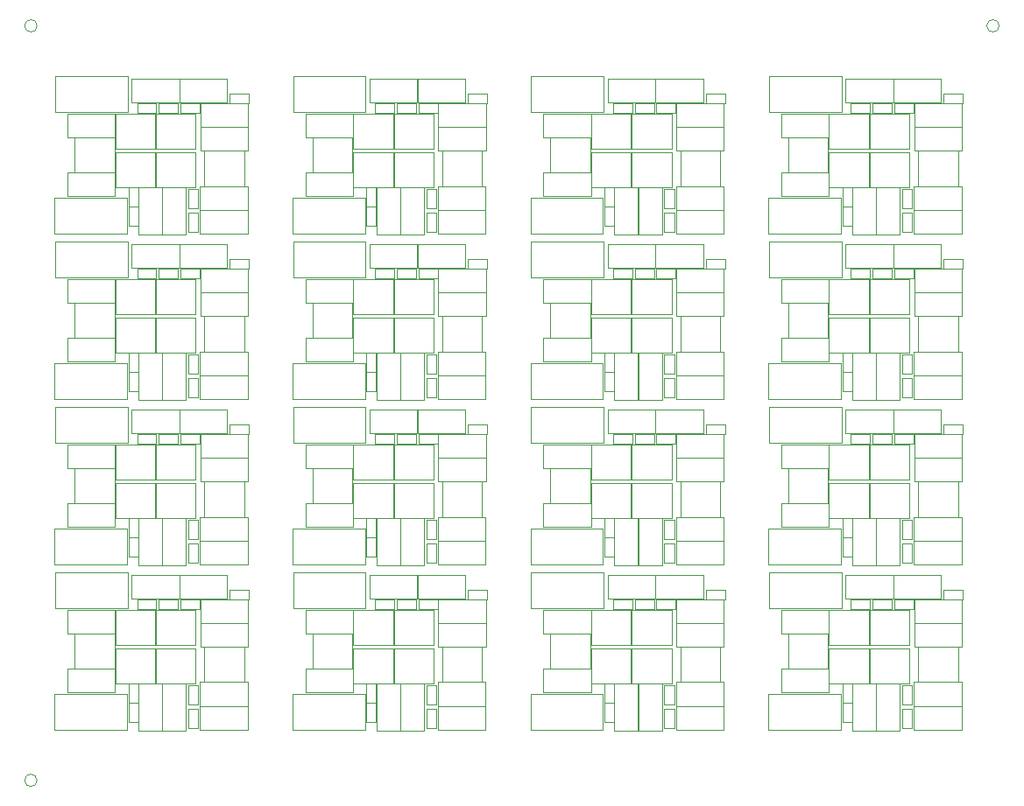
<source format=gbr>
%TF.GenerationSoftware,KiCad,Pcbnew,8.0.9-8.0.9-0~ubuntu24.04.1*%
%TF.CreationDate,2025-07-21T09:14:07-04:00*%
%TF.ProjectId,panel,70616e65-6c2e-46b6-9963-61645f706362,0.1.X*%
%TF.SameCoordinates,Original*%
%TF.FileFunction,Other,User*%
%FSLAX46Y46*%
G04 Gerber Fmt 4.6, Leading zero omitted, Abs format (unit mm)*
G04 Created by KiCad (PCBNEW 8.0.9-8.0.9-0~ubuntu24.04.1) date 2025-07-21 09:14:07*
%MOMM*%
%LPD*%
G01*
G04 APERTURE LIST*
%ADD10C,0.050000*%
G04 APERTURE END LIST*
D10*
%TO.C,C11*%
X90350000Y-36300000D02*
X94950000Y-36300000D01*
X90350000Y-38600000D02*
X90350000Y-36300000D01*
X94950000Y-36300000D02*
X94950000Y-38600000D01*
X94950000Y-38600000D02*
X90350000Y-38600000D01*
%TO.C,R2*%
X65470000Y-41980000D02*
X67330000Y-41980000D01*
X65470000Y-42920000D02*
X65470000Y-41980000D01*
X67330000Y-41980000D02*
X67330000Y-42920000D01*
X67330000Y-42920000D02*
X65470000Y-42920000D01*
%TO.C,Q3*%
X36155000Y-46700000D02*
X36155000Y-50100000D01*
X36155000Y-50100000D02*
X39995000Y-50100000D01*
X39995000Y-46700000D02*
X36155000Y-46700000D01*
X39995000Y-50100000D02*
X39995000Y-46700000D01*
%TO.C,C13*%
X84390000Y-34100000D02*
X86690000Y-34100000D01*
X84390000Y-38700000D02*
X84390000Y-34100000D01*
X86690000Y-34100000D02*
X86690000Y-38700000D01*
X86690000Y-38700000D02*
X84390000Y-38700000D01*
%TO.C,D4*%
X7305000Y-51150000D02*
X14305000Y-51150000D01*
X7305000Y-54650000D02*
X7305000Y-51150000D01*
X14305000Y-51150000D02*
X14305000Y-54650000D01*
X14305000Y-54650000D02*
X7305000Y-54650000D01*
%TO.C,C14*%
X40700000Y-34100000D02*
X43000000Y-34100000D01*
X40700000Y-38700000D02*
X40700000Y-34100000D01*
X43000000Y-34100000D02*
X43000000Y-38700000D01*
X43000000Y-38700000D02*
X40700000Y-38700000D01*
%TO.C,C11*%
X44350000Y-52300000D02*
X48950000Y-52300000D01*
X44350000Y-54600000D02*
X44350000Y-52300000D01*
X48950000Y-52300000D02*
X48950000Y-54600000D01*
X48950000Y-54600000D02*
X44350000Y-54600000D01*
%TO.C,Q2*%
X63080000Y-43000000D02*
X63080000Y-46400000D01*
X63080000Y-46400000D02*
X66920000Y-46400000D01*
X66920000Y-43000000D02*
X63080000Y-43000000D01*
X66920000Y-46400000D02*
X66920000Y-43000000D01*
%TO.C,C14*%
X86700000Y-18100000D02*
X89000000Y-18100000D01*
X86700000Y-22700000D02*
X86700000Y-18100000D01*
X89000000Y-18100000D02*
X89000000Y-22700000D01*
X89000000Y-22700000D02*
X86700000Y-22700000D01*
%TO.C,C3*%
X90375000Y-10000000D02*
X94975000Y-10000000D01*
X90375000Y-12300000D02*
X90375000Y-10000000D01*
X94975000Y-10000000D02*
X94975000Y-12300000D01*
X94975000Y-12300000D02*
X90375000Y-12300000D01*
%TO.C,R10*%
X89230000Y-34320000D02*
X90170000Y-34320000D01*
X89230000Y-36180000D02*
X89230000Y-34320000D01*
X90170000Y-34320000D02*
X90170000Y-36180000D01*
X90170000Y-36180000D02*
X89230000Y-36180000D01*
%TO.C,R2*%
X65470000Y-9980000D02*
X67330000Y-9980000D01*
X65470000Y-10920000D02*
X65470000Y-9980000D01*
X67330000Y-9980000D02*
X67330000Y-10920000D01*
X67330000Y-10920000D02*
X65470000Y-10920000D01*
%TO.C,Q3*%
X36155000Y-14700000D02*
X36155000Y-18100000D01*
X36155000Y-18100000D02*
X39995000Y-18100000D01*
X39995000Y-14700000D02*
X36155000Y-14700000D01*
X39995000Y-18100000D02*
X39995000Y-14700000D01*
%TO.C,R10*%
X20230000Y-34320000D02*
X21170000Y-34320000D01*
X20230000Y-36180000D02*
X20230000Y-34320000D01*
X21170000Y-34320000D02*
X21170000Y-36180000D01*
X21170000Y-36180000D02*
X20230000Y-36180000D01*
%TO.C,R8*%
X14430000Y-34120000D02*
X15370000Y-34120000D01*
X14430000Y-35980000D02*
X14430000Y-34120000D01*
X15370000Y-34120000D02*
X15370000Y-35980000D01*
X15370000Y-35980000D02*
X14430000Y-35980000D01*
%TO.C,C4*%
X67375000Y-28300000D02*
X71975000Y-28300000D01*
X67375000Y-30600000D02*
X67375000Y-28300000D01*
X71975000Y-28300000D02*
X71975000Y-30600000D01*
X71975000Y-30600000D02*
X67375000Y-30600000D01*
%TO.C,Q4*%
X63080000Y-14700000D02*
X63080000Y-18100000D01*
X63080000Y-18100000D02*
X66920000Y-18100000D01*
X66920000Y-14700000D02*
X63080000Y-14700000D01*
X66920000Y-18100000D02*
X66920000Y-14700000D01*
%TO.C,R5*%
X70220000Y-9030000D02*
X72080000Y-9030000D01*
X70220000Y-9970000D02*
X70220000Y-9030000D01*
X72080000Y-9030000D02*
X72080000Y-9970000D01*
X72080000Y-9970000D02*
X70220000Y-9970000D01*
%TO.C,R7*%
X89230000Y-68570000D02*
X90170000Y-68570000D01*
X89230000Y-70430000D02*
X89230000Y-68570000D01*
X90170000Y-68570000D02*
X90170000Y-70430000D01*
X90170000Y-70430000D02*
X89230000Y-70430000D01*
%TO.C,R10*%
X43230000Y-66320000D02*
X44170000Y-66320000D01*
X43230000Y-68180000D02*
X43230000Y-66320000D01*
X44170000Y-66320000D02*
X44170000Y-68180000D01*
X44170000Y-68180000D02*
X43230000Y-68180000D01*
%TO.C,C14*%
X86700000Y-34100000D02*
X89000000Y-34100000D01*
X86700000Y-38700000D02*
X86700000Y-34100000D01*
X89000000Y-34100000D02*
X89000000Y-38700000D01*
X89000000Y-38700000D02*
X86700000Y-38700000D01*
%TO.C,C10*%
X90350000Y-34000000D02*
X94950000Y-34000000D01*
X90350000Y-36300000D02*
X90350000Y-34000000D01*
X94950000Y-34000000D02*
X94950000Y-36300000D01*
X94950000Y-36300000D02*
X90350000Y-36300000D01*
%TO.C,C11*%
X67350000Y-36300000D02*
X71950000Y-36300000D01*
X67350000Y-38600000D02*
X67350000Y-36300000D01*
X71950000Y-36300000D02*
X71950000Y-38600000D01*
X71950000Y-38600000D02*
X67350000Y-38600000D01*
%TO.C,C5*%
X77550000Y-27000000D02*
X82150000Y-27000000D01*
X77550000Y-29300000D02*
X77550000Y-27000000D01*
X82150000Y-27000000D02*
X82150000Y-29300000D01*
X82150000Y-29300000D02*
X77550000Y-29300000D01*
%TO.C,R5*%
X47220000Y-57030000D02*
X49080000Y-57030000D01*
X47220000Y-57970000D02*
X47220000Y-57030000D01*
X49080000Y-57030000D02*
X49080000Y-57970000D01*
X49080000Y-57970000D02*
X47220000Y-57970000D01*
%TO.C,D4*%
X53305000Y-19150000D02*
X60305000Y-19150000D01*
X53305000Y-22650000D02*
X53305000Y-19150000D01*
X60305000Y-19150000D02*
X60305000Y-22650000D01*
X60305000Y-22650000D02*
X53305000Y-22650000D01*
%TO.C,C11*%
X21350000Y-52300000D02*
X25950000Y-52300000D01*
X21350000Y-54600000D02*
X21350000Y-52300000D01*
X25950000Y-52300000D02*
X25950000Y-54600000D01*
X25950000Y-54600000D02*
X21350000Y-54600000D01*
%TO.C,Q3*%
X13155000Y-62700000D02*
X13155000Y-66100000D01*
X13155000Y-66100000D02*
X16995000Y-66100000D01*
X16995000Y-62700000D02*
X13155000Y-62700000D01*
X16995000Y-66100000D02*
X16995000Y-62700000D01*
%TO.C,C5*%
X77550000Y-11000000D02*
X82150000Y-11000000D01*
X77550000Y-13300000D02*
X77550000Y-11000000D01*
X82150000Y-11000000D02*
X82150000Y-13300000D01*
X82150000Y-13300000D02*
X77550000Y-13300000D01*
%TO.C,C14*%
X17700000Y-34100000D02*
X20000000Y-34100000D01*
X17700000Y-38700000D02*
X17700000Y-34100000D01*
X20000000Y-34100000D02*
X20000000Y-38700000D01*
X20000000Y-38700000D02*
X17700000Y-38700000D01*
%TO.C,D3*%
X44780000Y-30600000D02*
X44780000Y-34000000D01*
X44780000Y-34000000D02*
X48620000Y-34000000D01*
X48620000Y-30600000D02*
X44780000Y-30600000D01*
X48620000Y-34000000D02*
X48620000Y-30600000D01*
%TO.C,R9*%
X37430000Y-68020000D02*
X38370000Y-68020000D01*
X37430000Y-69880000D02*
X37430000Y-68020000D01*
X38370000Y-68020000D02*
X38370000Y-69880000D01*
X38370000Y-69880000D02*
X37430000Y-69880000D01*
%TO.C,C12*%
X31550000Y-48700000D02*
X36150000Y-48700000D01*
X31550000Y-51000000D02*
X31550000Y-48700000D01*
X36150000Y-48700000D02*
X36150000Y-51000000D01*
X36150000Y-51000000D02*
X31550000Y-51000000D01*
%TO.C,C13*%
X15390000Y-66100000D02*
X17690000Y-66100000D01*
X15390000Y-70700000D02*
X15390000Y-66100000D01*
X17690000Y-66100000D02*
X17690000Y-70700000D01*
X17690000Y-70700000D02*
X15390000Y-70700000D01*
%TO.C,Q1*%
X13155000Y-11000000D02*
X13155000Y-14400000D01*
X13155000Y-14400000D02*
X16995000Y-14400000D01*
X16995000Y-11000000D02*
X13155000Y-11000000D01*
X16995000Y-14400000D02*
X16995000Y-11000000D01*
%TO.C,C13*%
X15390000Y-34100000D02*
X17690000Y-34100000D01*
X15390000Y-38700000D02*
X15390000Y-34100000D01*
X17690000Y-34100000D02*
X17690000Y-38700000D01*
X17690000Y-38700000D02*
X15390000Y-38700000D01*
%TO.C,C3*%
X44375000Y-42000000D02*
X48975000Y-42000000D01*
X44375000Y-44300000D02*
X44375000Y-42000000D01*
X48975000Y-42000000D02*
X48975000Y-44300000D01*
X48975000Y-44300000D02*
X44375000Y-44300000D01*
%TO.C,Q2*%
X86080000Y-43000000D02*
X86080000Y-46400000D01*
X86080000Y-46400000D02*
X89920000Y-46400000D01*
X89920000Y-43000000D02*
X86080000Y-43000000D01*
X89920000Y-46400000D02*
X89920000Y-43000000D01*
%TO.C,C6*%
X37750000Y-7650000D02*
X42350000Y-7650000D01*
X37750000Y-9950000D02*
X37750000Y-7650000D01*
X42350000Y-7650000D02*
X42350000Y-9950000D01*
X42350000Y-9950000D02*
X37750000Y-9950000D01*
%TO.C,C5*%
X54550000Y-43000000D02*
X59150000Y-43000000D01*
X54550000Y-45300000D02*
X54550000Y-43000000D01*
X59150000Y-43000000D02*
X59150000Y-45300000D01*
X59150000Y-45300000D02*
X54550000Y-45300000D01*
%TO.C,C6*%
X83750000Y-7650000D02*
X88350000Y-7650000D01*
X83750000Y-9950000D02*
X83750000Y-7650000D01*
X88350000Y-7650000D02*
X88350000Y-9950000D01*
X88350000Y-9950000D02*
X83750000Y-9950000D01*
%TO.C,R9*%
X14430000Y-20020000D02*
X15370000Y-20020000D01*
X14430000Y-21880000D02*
X14430000Y-20020000D01*
X15370000Y-20020000D02*
X15370000Y-21880000D01*
X15370000Y-21880000D02*
X14430000Y-21880000D01*
X37430000Y-20020000D02*
X38370000Y-20020000D01*
X37430000Y-21880000D02*
X37430000Y-20020000D01*
X38370000Y-20020000D02*
X38370000Y-21880000D01*
X38370000Y-21880000D02*
X37430000Y-21880000D01*
%TO.C,C3*%
X67375000Y-26000000D02*
X71975000Y-26000000D01*
X67375000Y-28300000D02*
X67375000Y-26000000D01*
X71975000Y-26000000D02*
X71975000Y-28300000D01*
X71975000Y-28300000D02*
X67375000Y-28300000D01*
%TO.C,C11*%
X67350000Y-52300000D02*
X71950000Y-52300000D01*
X67350000Y-54600000D02*
X67350000Y-52300000D01*
X71950000Y-52300000D02*
X71950000Y-54600000D01*
X71950000Y-54600000D02*
X67350000Y-54600000D01*
%TO.C,R3*%
X61270000Y-41980000D02*
X63130000Y-41980000D01*
X61270000Y-42920000D02*
X61270000Y-41980000D01*
X63130000Y-41980000D02*
X63130000Y-42920000D01*
X63130000Y-42920000D02*
X61270000Y-42920000D01*
%TO.C,R10*%
X66230000Y-18320000D02*
X67170000Y-18320000D01*
X66230000Y-20180000D02*
X66230000Y-18320000D01*
X67170000Y-18320000D02*
X67170000Y-20180000D01*
X67170000Y-20180000D02*
X66230000Y-20180000D01*
%TO.C,Q1*%
X36155000Y-43000000D02*
X36155000Y-46400000D01*
X36155000Y-46400000D02*
X39995000Y-46400000D01*
X39995000Y-43000000D02*
X36155000Y-43000000D01*
X39995000Y-46400000D02*
X39995000Y-43000000D01*
%TO.C,R2*%
X88470000Y-57980000D02*
X90330000Y-57980000D01*
X88470000Y-58920000D02*
X88470000Y-57980000D01*
X90330000Y-57980000D02*
X90330000Y-58920000D01*
X90330000Y-58920000D02*
X88470000Y-58920000D01*
%TO.C,C5*%
X8550000Y-11000000D02*
X13150000Y-11000000D01*
X8550000Y-13300000D02*
X8550000Y-11000000D01*
X13150000Y-11000000D02*
X13150000Y-13300000D01*
X13150000Y-13300000D02*
X8550000Y-13300000D01*
%TO.C,C14*%
X63700000Y-34100000D02*
X66000000Y-34100000D01*
X63700000Y-38700000D02*
X63700000Y-34100000D01*
X66000000Y-34100000D02*
X66000000Y-38700000D01*
X66000000Y-38700000D02*
X63700000Y-38700000D01*
%TO.C,D1*%
X30350000Y-39350000D02*
X37350000Y-39350000D01*
X30350000Y-42850000D02*
X30350000Y-39350000D01*
X37350000Y-39350000D02*
X37350000Y-42850000D01*
X37350000Y-42850000D02*
X30350000Y-42850000D01*
%TO.C,C4*%
X67375000Y-44300000D02*
X71975000Y-44300000D01*
X67375000Y-46600000D02*
X67375000Y-44300000D01*
X71975000Y-44300000D02*
X71975000Y-46600000D01*
X71975000Y-46600000D02*
X67375000Y-46600000D01*
%TO.C,Q3*%
X13155000Y-30700000D02*
X13155000Y-34100000D01*
X13155000Y-34100000D02*
X16995000Y-34100000D01*
X16995000Y-30700000D02*
X13155000Y-30700000D01*
X16995000Y-34100000D02*
X16995000Y-30700000D01*
%TO.C,D3*%
X67780000Y-14600000D02*
X67780000Y-18000000D01*
X67780000Y-18000000D02*
X71620000Y-18000000D01*
X71620000Y-14600000D02*
X67780000Y-14600000D01*
X71620000Y-18000000D02*
X71620000Y-14600000D01*
%TO.C,D2*%
X32230000Y-13300000D02*
X32230000Y-16700000D01*
X32230000Y-16700000D02*
X36070000Y-16700000D01*
X36070000Y-13300000D02*
X32230000Y-13300000D01*
X36070000Y-16700000D02*
X36070000Y-13300000D01*
%TO.C,Q4*%
X86080000Y-46700000D02*
X86080000Y-50100000D01*
X86080000Y-50100000D02*
X89920000Y-50100000D01*
X89920000Y-46700000D02*
X86080000Y-46700000D01*
X89920000Y-50100000D02*
X89920000Y-46700000D01*
%TO.C,C3*%
X67375000Y-58000000D02*
X71975000Y-58000000D01*
X67375000Y-60300000D02*
X67375000Y-58000000D01*
X71975000Y-58000000D02*
X71975000Y-60300000D01*
X71975000Y-60300000D02*
X67375000Y-60300000D01*
%TO.C,R3*%
X61270000Y-25980000D02*
X63130000Y-25980000D01*
X61270000Y-26920000D02*
X61270000Y-25980000D01*
X63130000Y-25980000D02*
X63130000Y-26920000D01*
X63130000Y-26920000D02*
X61270000Y-26920000D01*
%TO.C,C3*%
X21375000Y-26000000D02*
X25975000Y-26000000D01*
X21375000Y-28300000D02*
X21375000Y-26000000D01*
X25975000Y-26000000D02*
X25975000Y-28300000D01*
X25975000Y-28300000D02*
X21375000Y-28300000D01*
%TO.C,R8*%
X37430000Y-66120000D02*
X38370000Y-66120000D01*
X37430000Y-67980000D02*
X37430000Y-66120000D01*
X38370000Y-66120000D02*
X38370000Y-67980000D01*
X38370000Y-67980000D02*
X37430000Y-67980000D01*
%TO.C,D1*%
X7350000Y-7350000D02*
X14350000Y-7350000D01*
X7350000Y-10850000D02*
X7350000Y-7350000D01*
X14350000Y-7350000D02*
X14350000Y-10850000D01*
X14350000Y-10850000D02*
X7350000Y-10850000D01*
%TO.C,C11*%
X67350000Y-20300000D02*
X71950000Y-20300000D01*
X67350000Y-22600000D02*
X67350000Y-20300000D01*
X71950000Y-20300000D02*
X71950000Y-22600000D01*
X71950000Y-22600000D02*
X67350000Y-22600000D01*
%TO.C,R7*%
X43230000Y-68570000D02*
X44170000Y-68570000D01*
X43230000Y-70430000D02*
X43230000Y-68570000D01*
X44170000Y-68570000D02*
X44170000Y-70430000D01*
X44170000Y-70430000D02*
X43230000Y-70430000D01*
%TO.C,R3*%
X84270000Y-25980000D02*
X86130000Y-25980000D01*
X84270000Y-26920000D02*
X84270000Y-25980000D01*
X86130000Y-25980000D02*
X86130000Y-26920000D01*
X86130000Y-26920000D02*
X84270000Y-26920000D01*
%TO.C,R4*%
X63370000Y-41980000D02*
X65230000Y-41980000D01*
X63370000Y-42920000D02*
X63370000Y-41980000D01*
X65230000Y-41980000D02*
X65230000Y-42920000D01*
X65230000Y-42920000D02*
X63370000Y-42920000D01*
%TO.C,D3*%
X90780000Y-62600000D02*
X90780000Y-66000000D01*
X90780000Y-66000000D02*
X94620000Y-66000000D01*
X94620000Y-62600000D02*
X90780000Y-62600000D01*
X94620000Y-66000000D02*
X94620000Y-62600000D01*
%TO.C,D4*%
X30305000Y-35150000D02*
X37305000Y-35150000D01*
X30305000Y-38650000D02*
X30305000Y-35150000D01*
X37305000Y-35150000D02*
X37305000Y-38650000D01*
X37305000Y-38650000D02*
X30305000Y-38650000D01*
%TO.C,R7*%
X89230000Y-20570000D02*
X90170000Y-20570000D01*
X89230000Y-22430000D02*
X89230000Y-20570000D01*
X90170000Y-20570000D02*
X90170000Y-22430000D01*
X90170000Y-22430000D02*
X89230000Y-22430000D01*
%TO.C,C3*%
X44375000Y-26000000D02*
X48975000Y-26000000D01*
X44375000Y-28300000D02*
X44375000Y-26000000D01*
X48975000Y-26000000D02*
X48975000Y-28300000D01*
X48975000Y-28300000D02*
X44375000Y-28300000D01*
%TO.C,Q2*%
X17080000Y-27000000D02*
X17080000Y-30400000D01*
X17080000Y-30400000D02*
X20920000Y-30400000D01*
X20920000Y-27000000D02*
X17080000Y-27000000D01*
X20920000Y-30400000D02*
X20920000Y-27000000D01*
%TO.C,D4*%
X53305000Y-35150000D02*
X60305000Y-35150000D01*
X53305000Y-38650000D02*
X53305000Y-35150000D01*
X60305000Y-35150000D02*
X60305000Y-38650000D01*
X60305000Y-38650000D02*
X53305000Y-38650000D01*
%TO.C,Q4*%
X63080000Y-62700000D02*
X63080000Y-66100000D01*
X63080000Y-66100000D02*
X66920000Y-66100000D01*
X66920000Y-62700000D02*
X63080000Y-62700000D01*
X66920000Y-66100000D02*
X66920000Y-62700000D01*
%TO.C,C13*%
X38390000Y-50100000D02*
X40690000Y-50100000D01*
X38390000Y-54700000D02*
X38390000Y-50100000D01*
X40690000Y-50100000D02*
X40690000Y-54700000D01*
X40690000Y-54700000D02*
X38390000Y-54700000D01*
%TO.C,R4*%
X63370000Y-9980000D02*
X65230000Y-9980000D01*
X63370000Y-10920000D02*
X63370000Y-9980000D01*
X65230000Y-9980000D02*
X65230000Y-10920000D01*
X65230000Y-10920000D02*
X63370000Y-10920000D01*
%TO.C,Q4*%
X40080000Y-14700000D02*
X40080000Y-18100000D01*
X40080000Y-18100000D02*
X43920000Y-18100000D01*
X43920000Y-14700000D02*
X40080000Y-14700000D01*
X43920000Y-18100000D02*
X43920000Y-14700000D01*
%TO.C,R8*%
X60430000Y-66120000D02*
X61370000Y-66120000D01*
X60430000Y-67980000D02*
X60430000Y-66120000D01*
X61370000Y-66120000D02*
X61370000Y-67980000D01*
X61370000Y-67980000D02*
X60430000Y-67980000D01*
%TO.C,C7*%
X88375000Y-23650000D02*
X92975000Y-23650000D01*
X88375000Y-25950000D02*
X88375000Y-23650000D01*
X92975000Y-23650000D02*
X92975000Y-25950000D01*
X92975000Y-25950000D02*
X88375000Y-25950000D01*
%TO.C,C4*%
X67375000Y-12300000D02*
X71975000Y-12300000D01*
X67375000Y-14600000D02*
X67375000Y-12300000D01*
X71975000Y-12300000D02*
X71975000Y-14600000D01*
X71975000Y-14600000D02*
X67375000Y-14600000D01*
%TO.C,C6*%
X60750000Y-55650000D02*
X65350000Y-55650000D01*
X60750000Y-57950000D02*
X60750000Y-55650000D01*
X65350000Y-55650000D02*
X65350000Y-57950000D01*
X65350000Y-57950000D02*
X60750000Y-57950000D01*
%TO.C,R3*%
X15270000Y-9980000D02*
X17130000Y-9980000D01*
X15270000Y-10920000D02*
X15270000Y-9980000D01*
X17130000Y-9980000D02*
X17130000Y-10920000D01*
X17130000Y-10920000D02*
X15270000Y-10920000D01*
%TO.C,Q3*%
X82155000Y-30700000D02*
X82155000Y-34100000D01*
X82155000Y-34100000D02*
X85995000Y-34100000D01*
X85995000Y-30700000D02*
X82155000Y-30700000D01*
X85995000Y-34100000D02*
X85995000Y-30700000D01*
%TO.C,R10*%
X20230000Y-18320000D02*
X21170000Y-18320000D01*
X20230000Y-20180000D02*
X20230000Y-18320000D01*
X21170000Y-18320000D02*
X21170000Y-20180000D01*
X21170000Y-20180000D02*
X20230000Y-20180000D01*
%TO.C,R9*%
X37430000Y-36020000D02*
X38370000Y-36020000D01*
X37430000Y-37880000D02*
X37430000Y-36020000D01*
X38370000Y-36020000D02*
X38370000Y-37880000D01*
X38370000Y-37880000D02*
X37430000Y-37880000D01*
%TO.C,C5*%
X31550000Y-59000000D02*
X36150000Y-59000000D01*
X31550000Y-61300000D02*
X31550000Y-59000000D01*
X36150000Y-59000000D02*
X36150000Y-61300000D01*
X36150000Y-61300000D02*
X31550000Y-61300000D01*
%TO.C,Q3*%
X36155000Y-30700000D02*
X36155000Y-34100000D01*
X36155000Y-34100000D02*
X39995000Y-34100000D01*
X39995000Y-30700000D02*
X36155000Y-30700000D01*
X39995000Y-34100000D02*
X39995000Y-30700000D01*
%TO.C,R8*%
X37430000Y-34120000D02*
X38370000Y-34120000D01*
X37430000Y-35980000D02*
X37430000Y-34120000D01*
X38370000Y-34120000D02*
X38370000Y-35980000D01*
X38370000Y-35980000D02*
X37430000Y-35980000D01*
%TO.C,D4*%
X53305000Y-67150000D02*
X60305000Y-67150000D01*
X53305000Y-70650000D02*
X53305000Y-67150000D01*
X60305000Y-67150000D02*
X60305000Y-70650000D01*
X60305000Y-70650000D02*
X53305000Y-70650000D01*
%TO.C,D1*%
X53350000Y-39350000D02*
X60350000Y-39350000D01*
X53350000Y-42850000D02*
X53350000Y-39350000D01*
X60350000Y-39350000D02*
X60350000Y-42850000D01*
X60350000Y-42850000D02*
X53350000Y-42850000D01*
%TO.C,C4*%
X21375000Y-28300000D02*
X25975000Y-28300000D01*
X21375000Y-30600000D02*
X21375000Y-28300000D01*
X25975000Y-28300000D02*
X25975000Y-30600000D01*
X25975000Y-30600000D02*
X21375000Y-30600000D01*
%TO.C,C12*%
X8550000Y-16700000D02*
X13150000Y-16700000D01*
X8550000Y-19000000D02*
X8550000Y-16700000D01*
X13150000Y-16700000D02*
X13150000Y-19000000D01*
X13150000Y-19000000D02*
X8550000Y-19000000D01*
%TO.C,C7*%
X42375000Y-23650000D02*
X46975000Y-23650000D01*
X42375000Y-25950000D02*
X42375000Y-23650000D01*
X46975000Y-23650000D02*
X46975000Y-25950000D01*
X46975000Y-25950000D02*
X42375000Y-25950000D01*
%TO.C,C4*%
X44375000Y-28300000D02*
X48975000Y-28300000D01*
X44375000Y-30600000D02*
X44375000Y-28300000D01*
X48975000Y-28300000D02*
X48975000Y-30600000D01*
X48975000Y-30600000D02*
X44375000Y-30600000D01*
%TO.C,Q4*%
X17080000Y-46700000D02*
X17080000Y-50100000D01*
X17080000Y-50100000D02*
X20920000Y-50100000D01*
X20920000Y-46700000D02*
X17080000Y-46700000D01*
X20920000Y-50100000D02*
X20920000Y-46700000D01*
%TO.C,Q3*%
X36155000Y-62700000D02*
X36155000Y-66100000D01*
X36155000Y-66100000D02*
X39995000Y-66100000D01*
X39995000Y-62700000D02*
X36155000Y-62700000D01*
X39995000Y-66100000D02*
X39995000Y-62700000D01*
%TO.C,R2*%
X42470000Y-9980000D02*
X44330000Y-9980000D01*
X42470000Y-10920000D02*
X42470000Y-9980000D01*
X44330000Y-9980000D02*
X44330000Y-10920000D01*
X44330000Y-10920000D02*
X42470000Y-10920000D01*
%TO.C,C14*%
X40700000Y-18100000D02*
X43000000Y-18100000D01*
X40700000Y-22700000D02*
X40700000Y-18100000D01*
X43000000Y-18100000D02*
X43000000Y-22700000D01*
X43000000Y-22700000D02*
X40700000Y-22700000D01*
%TO.C,R4*%
X86370000Y-25980000D02*
X88230000Y-25980000D01*
X86370000Y-26920000D02*
X86370000Y-25980000D01*
X88230000Y-25980000D02*
X88230000Y-26920000D01*
X88230000Y-26920000D02*
X86370000Y-26920000D01*
%TO.C,D3*%
X67780000Y-30600000D02*
X67780000Y-34000000D01*
X67780000Y-34000000D02*
X71620000Y-34000000D01*
X71620000Y-30600000D02*
X67780000Y-30600000D01*
X71620000Y-34000000D02*
X71620000Y-30600000D01*
%TO.C,C10*%
X67350000Y-18000000D02*
X71950000Y-18000000D01*
X67350000Y-20300000D02*
X67350000Y-18000000D01*
X71950000Y-18000000D02*
X71950000Y-20300000D01*
X71950000Y-20300000D02*
X67350000Y-20300000D01*
%TO.C,R10*%
X20230000Y-50320000D02*
X21170000Y-50320000D01*
X20230000Y-52180000D02*
X20230000Y-50320000D01*
X21170000Y-50320000D02*
X21170000Y-52180000D01*
X21170000Y-52180000D02*
X20230000Y-52180000D01*
%TO.C,C7*%
X19375000Y-7650000D02*
X23975000Y-7650000D01*
X19375000Y-9950000D02*
X19375000Y-7650000D01*
X23975000Y-7650000D02*
X23975000Y-9950000D01*
X23975000Y-9950000D02*
X19375000Y-9950000D01*
%TO.C,D4*%
X76305000Y-19150000D02*
X83305000Y-19150000D01*
X76305000Y-22650000D02*
X76305000Y-19150000D01*
X83305000Y-19150000D02*
X83305000Y-22650000D01*
X83305000Y-22650000D02*
X76305000Y-22650000D01*
%TO.C,C11*%
X90350000Y-68300000D02*
X94950000Y-68300000D01*
X90350000Y-70600000D02*
X90350000Y-68300000D01*
X94950000Y-68300000D02*
X94950000Y-70600000D01*
X94950000Y-70600000D02*
X90350000Y-70600000D01*
%TO.C,D2*%
X55230000Y-29300000D02*
X55230000Y-32700000D01*
X55230000Y-32700000D02*
X59070000Y-32700000D01*
X59070000Y-29300000D02*
X55230000Y-29300000D01*
X59070000Y-32700000D02*
X59070000Y-29300000D01*
%TO.C,C6*%
X37750000Y-23650000D02*
X42350000Y-23650000D01*
X37750000Y-25950000D02*
X37750000Y-23650000D01*
X42350000Y-23650000D02*
X42350000Y-25950000D01*
X42350000Y-25950000D02*
X37750000Y-25950000D01*
%TO.C,R4*%
X40370000Y-57980000D02*
X42230000Y-57980000D01*
X40370000Y-58920000D02*
X40370000Y-57980000D01*
X42230000Y-57980000D02*
X42230000Y-58920000D01*
X42230000Y-58920000D02*
X40370000Y-58920000D01*
%TO.C,Q3*%
X13155000Y-14700000D02*
X13155000Y-18100000D01*
X13155000Y-18100000D02*
X16995000Y-18100000D01*
X16995000Y-14700000D02*
X13155000Y-14700000D01*
X16995000Y-18100000D02*
X16995000Y-14700000D01*
%TO.C,R4*%
X40370000Y-41980000D02*
X42230000Y-41980000D01*
X40370000Y-42920000D02*
X40370000Y-41980000D01*
X42230000Y-41980000D02*
X42230000Y-42920000D01*
X42230000Y-42920000D02*
X40370000Y-42920000D01*
%TO.C,D3*%
X21780000Y-14600000D02*
X21780000Y-18000000D01*
X21780000Y-18000000D02*
X25620000Y-18000000D01*
X25620000Y-14600000D02*
X21780000Y-14600000D01*
X25620000Y-18000000D02*
X25620000Y-14600000D01*
%TO.C,R8*%
X83430000Y-50120000D02*
X84370000Y-50120000D01*
X83430000Y-51980000D02*
X83430000Y-50120000D01*
X84370000Y-50120000D02*
X84370000Y-51980000D01*
X84370000Y-51980000D02*
X83430000Y-51980000D01*
%TO.C,D2*%
X78230000Y-61300000D02*
X78230000Y-64700000D01*
X78230000Y-64700000D02*
X82070000Y-64700000D01*
X82070000Y-61300000D02*
X78230000Y-61300000D01*
X82070000Y-64700000D02*
X82070000Y-61300000D01*
X9230000Y-13300000D02*
X9230000Y-16700000D01*
X9230000Y-16700000D02*
X13070000Y-16700000D01*
X13070000Y-13300000D02*
X9230000Y-13300000D01*
X13070000Y-16700000D02*
X13070000Y-13300000D01*
%TO.C,R4*%
X63370000Y-57980000D02*
X65230000Y-57980000D01*
X63370000Y-58920000D02*
X63370000Y-57980000D01*
X65230000Y-57980000D02*
X65230000Y-58920000D01*
X65230000Y-58920000D02*
X63370000Y-58920000D01*
%TO.C,D3*%
X44780000Y-14600000D02*
X44780000Y-18000000D01*
X44780000Y-18000000D02*
X48620000Y-18000000D01*
X48620000Y-14600000D02*
X44780000Y-14600000D01*
X48620000Y-18000000D02*
X48620000Y-14600000D01*
%TO.C,D4*%
X7305000Y-19150000D02*
X14305000Y-19150000D01*
X7305000Y-22650000D02*
X7305000Y-19150000D01*
X14305000Y-19150000D02*
X14305000Y-22650000D01*
X14305000Y-22650000D02*
X7305000Y-22650000D01*
%TO.C,C13*%
X38390000Y-18100000D02*
X40690000Y-18100000D01*
X38390000Y-22700000D02*
X38390000Y-18100000D01*
X40690000Y-18100000D02*
X40690000Y-22700000D01*
X40690000Y-22700000D02*
X38390000Y-22700000D01*
%TO.C,C7*%
X88375000Y-7650000D02*
X92975000Y-7650000D01*
X88375000Y-9950000D02*
X88375000Y-7650000D01*
X92975000Y-7650000D02*
X92975000Y-9950000D01*
X92975000Y-9950000D02*
X88375000Y-9950000D01*
%TO.C,C4*%
X90375000Y-60300000D02*
X94975000Y-60300000D01*
X90375000Y-62600000D02*
X90375000Y-60300000D01*
X94975000Y-60300000D02*
X94975000Y-62600000D01*
X94975000Y-62600000D02*
X90375000Y-62600000D01*
%TO.C,R2*%
X88470000Y-9980000D02*
X90330000Y-9980000D01*
X88470000Y-10920000D02*
X88470000Y-9980000D01*
X90330000Y-9980000D02*
X90330000Y-10920000D01*
X90330000Y-10920000D02*
X88470000Y-10920000D01*
%TO.C,C14*%
X17700000Y-66100000D02*
X20000000Y-66100000D01*
X17700000Y-70700000D02*
X17700000Y-66100000D01*
X20000000Y-66100000D02*
X20000000Y-70700000D01*
X20000000Y-70700000D02*
X17700000Y-70700000D01*
%TO.C,D4*%
X30305000Y-51150000D02*
X37305000Y-51150000D01*
X30305000Y-54650000D02*
X30305000Y-51150000D01*
X37305000Y-51150000D02*
X37305000Y-54650000D01*
X37305000Y-54650000D02*
X30305000Y-54650000D01*
%TO.C,C4*%
X21375000Y-44300000D02*
X25975000Y-44300000D01*
X21375000Y-46600000D02*
X21375000Y-44300000D01*
X25975000Y-44300000D02*
X25975000Y-46600000D01*
X25975000Y-46600000D02*
X21375000Y-46600000D01*
%TO.C,D3*%
X90780000Y-30600000D02*
X90780000Y-34000000D01*
X90780000Y-34000000D02*
X94620000Y-34000000D01*
X94620000Y-30600000D02*
X90780000Y-30600000D01*
X94620000Y-34000000D02*
X94620000Y-30600000D01*
%TO.C,R4*%
X86370000Y-41980000D02*
X88230000Y-41980000D01*
X86370000Y-42920000D02*
X86370000Y-41980000D01*
X88230000Y-41980000D02*
X88230000Y-42920000D01*
X88230000Y-42920000D02*
X86370000Y-42920000D01*
%TO.C,C7*%
X88375000Y-55650000D02*
X92975000Y-55650000D01*
X88375000Y-57950000D02*
X88375000Y-55650000D01*
X92975000Y-55650000D02*
X92975000Y-57950000D01*
X92975000Y-57950000D02*
X88375000Y-57950000D01*
%TO.C,Q1*%
X82155000Y-59000000D02*
X82155000Y-62400000D01*
X82155000Y-62400000D02*
X85995000Y-62400000D01*
X85995000Y-59000000D02*
X82155000Y-59000000D01*
X85995000Y-62400000D02*
X85995000Y-59000000D01*
%TO.C,D1*%
X76350000Y-39350000D02*
X83350000Y-39350000D01*
X76350000Y-42850000D02*
X76350000Y-39350000D01*
X83350000Y-39350000D02*
X83350000Y-42850000D01*
X83350000Y-42850000D02*
X76350000Y-42850000D01*
X53350000Y-23350000D02*
X60350000Y-23350000D01*
X53350000Y-26850000D02*
X53350000Y-23350000D01*
X60350000Y-23350000D02*
X60350000Y-26850000D01*
X60350000Y-26850000D02*
X53350000Y-26850000D01*
%TO.C,D4*%
X30305000Y-67150000D02*
X37305000Y-67150000D01*
X30305000Y-70650000D02*
X30305000Y-67150000D01*
X37305000Y-67150000D02*
X37305000Y-70650000D01*
X37305000Y-70650000D02*
X30305000Y-70650000D01*
%TO.C,R3*%
X38270000Y-25980000D02*
X40130000Y-25980000D01*
X38270000Y-26920000D02*
X38270000Y-25980000D01*
X40130000Y-25980000D02*
X40130000Y-26920000D01*
X40130000Y-26920000D02*
X38270000Y-26920000D01*
%TO.C,C7*%
X42375000Y-55650000D02*
X46975000Y-55650000D01*
X42375000Y-57950000D02*
X42375000Y-55650000D01*
X46975000Y-55650000D02*
X46975000Y-57950000D01*
X46975000Y-57950000D02*
X42375000Y-57950000D01*
%TO.C,Q2*%
X63080000Y-59000000D02*
X63080000Y-62400000D01*
X63080000Y-62400000D02*
X66920000Y-62400000D01*
X66920000Y-59000000D02*
X63080000Y-59000000D01*
X66920000Y-62400000D02*
X66920000Y-59000000D01*
%TO.C,Q1*%
X13155000Y-43000000D02*
X13155000Y-46400000D01*
X13155000Y-46400000D02*
X16995000Y-46400000D01*
X16995000Y-43000000D02*
X13155000Y-43000000D01*
X16995000Y-46400000D02*
X16995000Y-43000000D01*
%TO.C,C3*%
X21375000Y-42000000D02*
X25975000Y-42000000D01*
X21375000Y-44300000D02*
X21375000Y-42000000D01*
X25975000Y-42000000D02*
X25975000Y-44300000D01*
X25975000Y-44300000D02*
X21375000Y-44300000D01*
%TO.C,D2*%
X78230000Y-45300000D02*
X78230000Y-48700000D01*
X78230000Y-48700000D02*
X82070000Y-48700000D01*
X82070000Y-45300000D02*
X78230000Y-45300000D01*
X82070000Y-48700000D02*
X82070000Y-45300000D01*
%TO.C,C10*%
X21350000Y-18000000D02*
X25950000Y-18000000D01*
X21350000Y-20300000D02*
X21350000Y-18000000D01*
X25950000Y-18000000D02*
X25950000Y-20300000D01*
X25950000Y-20300000D02*
X21350000Y-20300000D01*
%TO.C,D1*%
X30350000Y-55350000D02*
X37350000Y-55350000D01*
X30350000Y-58850000D02*
X30350000Y-55350000D01*
X37350000Y-55350000D02*
X37350000Y-58850000D01*
X37350000Y-58850000D02*
X30350000Y-58850000D01*
%TO.C,R8*%
X14430000Y-66120000D02*
X15370000Y-66120000D01*
X14430000Y-67980000D02*
X14430000Y-66120000D01*
X15370000Y-66120000D02*
X15370000Y-67980000D01*
X15370000Y-67980000D02*
X14430000Y-67980000D01*
%TO.C,C5*%
X31550000Y-11000000D02*
X36150000Y-11000000D01*
X31550000Y-13300000D02*
X31550000Y-11000000D01*
X36150000Y-11000000D02*
X36150000Y-13300000D01*
X36150000Y-13300000D02*
X31550000Y-13300000D01*
%TO.C,C7*%
X65375000Y-55650000D02*
X69975000Y-55650000D01*
X65375000Y-57950000D02*
X65375000Y-55650000D01*
X69975000Y-55650000D02*
X69975000Y-57950000D01*
X69975000Y-57950000D02*
X65375000Y-57950000D01*
%TO.C,D2*%
X9230000Y-61300000D02*
X9230000Y-64700000D01*
X9230000Y-64700000D02*
X13070000Y-64700000D01*
X13070000Y-61300000D02*
X9230000Y-61300000D01*
X13070000Y-64700000D02*
X13070000Y-61300000D01*
%TO.C,C10*%
X90350000Y-18000000D02*
X94950000Y-18000000D01*
X90350000Y-20300000D02*
X90350000Y-18000000D01*
X94950000Y-18000000D02*
X94950000Y-20300000D01*
X94950000Y-20300000D02*
X90350000Y-20300000D01*
%TO.C,R8*%
X60430000Y-50120000D02*
X61370000Y-50120000D01*
X60430000Y-51980000D02*
X60430000Y-50120000D01*
X61370000Y-50120000D02*
X61370000Y-51980000D01*
X61370000Y-51980000D02*
X60430000Y-51980000D01*
X14430000Y-50120000D02*
X15370000Y-50120000D01*
X14430000Y-51980000D02*
X14430000Y-50120000D01*
X15370000Y-50120000D02*
X15370000Y-51980000D01*
X15370000Y-51980000D02*
X14430000Y-51980000D01*
%TO.C,D2*%
X32230000Y-61300000D02*
X32230000Y-64700000D01*
X32230000Y-64700000D02*
X36070000Y-64700000D01*
X36070000Y-61300000D02*
X32230000Y-61300000D01*
X36070000Y-64700000D02*
X36070000Y-61300000D01*
%TO.C,C13*%
X61390000Y-66100000D02*
X63690000Y-66100000D01*
X61390000Y-70700000D02*
X61390000Y-66100000D01*
X63690000Y-66100000D02*
X63690000Y-70700000D01*
X63690000Y-70700000D02*
X61390000Y-70700000D01*
%TO.C,Q4*%
X63080000Y-46700000D02*
X63080000Y-50100000D01*
X63080000Y-50100000D02*
X66920000Y-50100000D01*
X66920000Y-46700000D02*
X63080000Y-46700000D01*
X66920000Y-50100000D02*
X66920000Y-46700000D01*
%TO.C,D4*%
X76305000Y-35150000D02*
X83305000Y-35150000D01*
X76305000Y-38650000D02*
X76305000Y-35150000D01*
X83305000Y-35150000D02*
X83305000Y-38650000D01*
X83305000Y-38650000D02*
X76305000Y-38650000D01*
%TO.C,C5*%
X8550000Y-43000000D02*
X13150000Y-43000000D01*
X8550000Y-45300000D02*
X8550000Y-43000000D01*
X13150000Y-43000000D02*
X13150000Y-45300000D01*
X13150000Y-45300000D02*
X8550000Y-45300000D01*
%TO.C,Q2*%
X86080000Y-27000000D02*
X86080000Y-30400000D01*
X86080000Y-30400000D02*
X89920000Y-30400000D01*
X89920000Y-27000000D02*
X86080000Y-27000000D01*
X89920000Y-30400000D02*
X89920000Y-27000000D01*
%TO.C,R8*%
X83430000Y-18120000D02*
X84370000Y-18120000D01*
X83430000Y-19980000D02*
X83430000Y-18120000D01*
X84370000Y-18120000D02*
X84370000Y-19980000D01*
X84370000Y-19980000D02*
X83430000Y-19980000D01*
%TO.C,R10*%
X43230000Y-34320000D02*
X44170000Y-34320000D01*
X43230000Y-36180000D02*
X43230000Y-34320000D01*
X44170000Y-34320000D02*
X44170000Y-36180000D01*
X44170000Y-36180000D02*
X43230000Y-36180000D01*
%TO.C,C13*%
X84390000Y-18100000D02*
X86690000Y-18100000D01*
X84390000Y-22700000D02*
X84390000Y-18100000D01*
X86690000Y-18100000D02*
X86690000Y-22700000D01*
X86690000Y-22700000D02*
X84390000Y-22700000D01*
%TO.C,R2*%
X42470000Y-25980000D02*
X44330000Y-25980000D01*
X42470000Y-26920000D02*
X42470000Y-25980000D01*
X44330000Y-25980000D02*
X44330000Y-26920000D01*
X44330000Y-26920000D02*
X42470000Y-26920000D01*
%TO.C,R5*%
X47220000Y-9030000D02*
X49080000Y-9030000D01*
X47220000Y-9970000D02*
X47220000Y-9030000D01*
X49080000Y-9030000D02*
X49080000Y-9970000D01*
X49080000Y-9970000D02*
X47220000Y-9970000D01*
%TO.C,R3*%
X38270000Y-41980000D02*
X40130000Y-41980000D01*
X38270000Y-42920000D02*
X38270000Y-41980000D01*
X40130000Y-41980000D02*
X40130000Y-42920000D01*
X40130000Y-42920000D02*
X38270000Y-42920000D01*
%TO.C,Q2*%
X40080000Y-11000000D02*
X40080000Y-14400000D01*
X40080000Y-14400000D02*
X43920000Y-14400000D01*
X43920000Y-11000000D02*
X40080000Y-11000000D01*
X43920000Y-14400000D02*
X43920000Y-11000000D01*
%TO.C,Q3*%
X59155000Y-46700000D02*
X59155000Y-50100000D01*
X59155000Y-50100000D02*
X62995000Y-50100000D01*
X62995000Y-46700000D02*
X59155000Y-46700000D01*
X62995000Y-50100000D02*
X62995000Y-46700000D01*
%TO.C,Q4*%
X86080000Y-62700000D02*
X86080000Y-66100000D01*
X86080000Y-66100000D02*
X89920000Y-66100000D01*
X89920000Y-62700000D02*
X86080000Y-62700000D01*
X89920000Y-66100000D02*
X89920000Y-62700000D01*
%TO.C,R2*%
X88470000Y-25980000D02*
X90330000Y-25980000D01*
X88470000Y-26920000D02*
X88470000Y-25980000D01*
X90330000Y-25980000D02*
X90330000Y-26920000D01*
X90330000Y-26920000D02*
X88470000Y-26920000D01*
%TO.C,D1*%
X7350000Y-55350000D02*
X14350000Y-55350000D01*
X7350000Y-58850000D02*
X7350000Y-55350000D01*
X14350000Y-55350000D02*
X14350000Y-58850000D01*
X14350000Y-58850000D02*
X7350000Y-58850000D01*
%TO.C,R10*%
X89230000Y-18320000D02*
X90170000Y-18320000D01*
X89230000Y-20180000D02*
X89230000Y-18320000D01*
X90170000Y-18320000D02*
X90170000Y-20180000D01*
X90170000Y-20180000D02*
X89230000Y-20180000D01*
%TO.C,D1*%
X53350000Y-55350000D02*
X60350000Y-55350000D01*
X53350000Y-58850000D02*
X53350000Y-55350000D01*
X60350000Y-55350000D02*
X60350000Y-58850000D01*
X60350000Y-58850000D02*
X53350000Y-58850000D01*
%TO.C,C6*%
X37750000Y-55650000D02*
X42350000Y-55650000D01*
X37750000Y-57950000D02*
X37750000Y-55650000D01*
X42350000Y-55650000D02*
X42350000Y-57950000D01*
X42350000Y-57950000D02*
X37750000Y-57950000D01*
%TO.C,C4*%
X44375000Y-12300000D02*
X48975000Y-12300000D01*
X44375000Y-14600000D02*
X44375000Y-12300000D01*
X48975000Y-12300000D02*
X48975000Y-14600000D01*
X48975000Y-14600000D02*
X44375000Y-14600000D01*
%TO.C,R3*%
X15270000Y-41980000D02*
X17130000Y-41980000D01*
X15270000Y-42920000D02*
X15270000Y-41980000D01*
X17130000Y-41980000D02*
X17130000Y-42920000D01*
X17130000Y-42920000D02*
X15270000Y-42920000D01*
%TO.C,R4*%
X86370000Y-9980000D02*
X88230000Y-9980000D01*
X86370000Y-10920000D02*
X86370000Y-9980000D01*
X88230000Y-9980000D02*
X88230000Y-10920000D01*
X88230000Y-10920000D02*
X86370000Y-10920000D01*
%TO.C,R2*%
X19470000Y-9980000D02*
X21330000Y-9980000D01*
X19470000Y-10920000D02*
X19470000Y-9980000D01*
X21330000Y-9980000D02*
X21330000Y-10920000D01*
X21330000Y-10920000D02*
X19470000Y-10920000D01*
%TO.C,C5*%
X54550000Y-11000000D02*
X59150000Y-11000000D01*
X54550000Y-13300000D02*
X54550000Y-11000000D01*
X59150000Y-11000000D02*
X59150000Y-13300000D01*
X59150000Y-13300000D02*
X54550000Y-13300000D01*
%TO.C,R10*%
X66230000Y-34320000D02*
X67170000Y-34320000D01*
X66230000Y-36180000D02*
X66230000Y-34320000D01*
X67170000Y-34320000D02*
X67170000Y-36180000D01*
X67170000Y-36180000D02*
X66230000Y-36180000D01*
%TO.C,Q1*%
X59155000Y-43000000D02*
X59155000Y-46400000D01*
X59155000Y-46400000D02*
X62995000Y-46400000D01*
X62995000Y-43000000D02*
X59155000Y-43000000D01*
X62995000Y-46400000D02*
X62995000Y-43000000D01*
%TO.C,R8*%
X37430000Y-18120000D02*
X38370000Y-18120000D01*
X37430000Y-19980000D02*
X37430000Y-18120000D01*
X38370000Y-18120000D02*
X38370000Y-19980000D01*
X38370000Y-19980000D02*
X37430000Y-19980000D01*
%TO.C,Q4*%
X17080000Y-62700000D02*
X17080000Y-66100000D01*
X17080000Y-66100000D02*
X20920000Y-66100000D01*
X20920000Y-62700000D02*
X17080000Y-62700000D01*
X20920000Y-66100000D02*
X20920000Y-62700000D01*
%TO.C,C14*%
X63700000Y-66100000D02*
X66000000Y-66100000D01*
X63700000Y-70700000D02*
X63700000Y-66100000D01*
X66000000Y-66100000D02*
X66000000Y-70700000D01*
X66000000Y-70700000D02*
X63700000Y-70700000D01*
%TO.C,R10*%
X43230000Y-50320000D02*
X44170000Y-50320000D01*
X43230000Y-52180000D02*
X43230000Y-50320000D01*
X44170000Y-50320000D02*
X44170000Y-52180000D01*
X44170000Y-52180000D02*
X43230000Y-52180000D01*
%TO.C,C10*%
X67350000Y-66000000D02*
X71950000Y-66000000D01*
X67350000Y-68300000D02*
X67350000Y-66000000D01*
X71950000Y-66000000D02*
X71950000Y-68300000D01*
X71950000Y-68300000D02*
X67350000Y-68300000D01*
%TO.C,D1*%
X76350000Y-55350000D02*
X83350000Y-55350000D01*
X76350000Y-58850000D02*
X76350000Y-55350000D01*
X83350000Y-55350000D02*
X83350000Y-58850000D01*
X83350000Y-58850000D02*
X76350000Y-58850000D01*
%TO.C,D2*%
X55230000Y-61300000D02*
X55230000Y-64700000D01*
X55230000Y-64700000D02*
X59070000Y-64700000D01*
X59070000Y-61300000D02*
X55230000Y-61300000D01*
X59070000Y-64700000D02*
X59070000Y-61300000D01*
%TO.C,Q1*%
X82155000Y-43000000D02*
X82155000Y-46400000D01*
X82155000Y-46400000D02*
X85995000Y-46400000D01*
X85995000Y-43000000D02*
X82155000Y-43000000D01*
X85995000Y-46400000D02*
X85995000Y-43000000D01*
%TO.C,R10*%
X20230000Y-66320000D02*
X21170000Y-66320000D01*
X20230000Y-68180000D02*
X20230000Y-66320000D01*
X21170000Y-66320000D02*
X21170000Y-68180000D01*
X21170000Y-68180000D02*
X20230000Y-68180000D01*
%TO.C,R5*%
X24220000Y-9030000D02*
X26080000Y-9030000D01*
X24220000Y-9970000D02*
X24220000Y-9030000D01*
X26080000Y-9030000D02*
X26080000Y-9970000D01*
X26080000Y-9970000D02*
X24220000Y-9970000D01*
%TO.C,C6*%
X14750000Y-7650000D02*
X19350000Y-7650000D01*
X14750000Y-9950000D02*
X14750000Y-7650000D01*
X19350000Y-7650000D02*
X19350000Y-9950000D01*
X19350000Y-9950000D02*
X14750000Y-9950000D01*
%TO.C,C7*%
X42375000Y-39650000D02*
X46975000Y-39650000D01*
X42375000Y-41950000D02*
X42375000Y-39650000D01*
X46975000Y-39650000D02*
X46975000Y-41950000D01*
X46975000Y-41950000D02*
X42375000Y-41950000D01*
%TO.C,C6*%
X83750000Y-55650000D02*
X88350000Y-55650000D01*
X83750000Y-57950000D02*
X83750000Y-55650000D01*
X88350000Y-55650000D02*
X88350000Y-57950000D01*
X88350000Y-57950000D02*
X83750000Y-57950000D01*
%TO.C,R9*%
X83430000Y-52020000D02*
X84370000Y-52020000D01*
X83430000Y-53880000D02*
X83430000Y-52020000D01*
X84370000Y-52020000D02*
X84370000Y-53880000D01*
X84370000Y-53880000D02*
X83430000Y-53880000D01*
%TO.C,R7*%
X66230000Y-36570000D02*
X67170000Y-36570000D01*
X66230000Y-38430000D02*
X66230000Y-36570000D01*
X67170000Y-36570000D02*
X67170000Y-38430000D01*
X67170000Y-38430000D02*
X66230000Y-38430000D01*
%TO.C,Q3*%
X82155000Y-62700000D02*
X82155000Y-66100000D01*
X82155000Y-66100000D02*
X85995000Y-66100000D01*
X85995000Y-62700000D02*
X82155000Y-62700000D01*
X85995000Y-66100000D02*
X85995000Y-62700000D01*
%TO.C,C12*%
X8550000Y-64700000D02*
X13150000Y-64700000D01*
X8550000Y-67000000D02*
X8550000Y-64700000D01*
X13150000Y-64700000D02*
X13150000Y-67000000D01*
X13150000Y-67000000D02*
X8550000Y-67000000D01*
%TO.C,D4*%
X76305000Y-67150000D02*
X83305000Y-67150000D01*
X76305000Y-70650000D02*
X76305000Y-67150000D01*
X83305000Y-67150000D02*
X83305000Y-70650000D01*
X83305000Y-70650000D02*
X76305000Y-70650000D01*
%TO.C,C10*%
X67350000Y-34000000D02*
X71950000Y-34000000D01*
X67350000Y-36300000D02*
X67350000Y-34000000D01*
X71950000Y-34000000D02*
X71950000Y-36300000D01*
X71950000Y-36300000D02*
X67350000Y-36300000D01*
%TO.C,R3*%
X15270000Y-57980000D02*
X17130000Y-57980000D01*
X15270000Y-58920000D02*
X15270000Y-57980000D01*
X17130000Y-57980000D02*
X17130000Y-58920000D01*
X17130000Y-58920000D02*
X15270000Y-58920000D01*
%TO.C,R9*%
X83430000Y-36020000D02*
X84370000Y-36020000D01*
X83430000Y-37880000D02*
X83430000Y-36020000D01*
X84370000Y-36020000D02*
X84370000Y-37880000D01*
X84370000Y-37880000D02*
X83430000Y-37880000D01*
%TO.C,D1*%
X76350000Y-7350000D02*
X83350000Y-7350000D01*
X76350000Y-10850000D02*
X76350000Y-7350000D01*
X83350000Y-7350000D02*
X83350000Y-10850000D01*
X83350000Y-10850000D02*
X76350000Y-10850000D01*
%TO.C,C13*%
X38390000Y-66100000D02*
X40690000Y-66100000D01*
X38390000Y-70700000D02*
X38390000Y-66100000D01*
X40690000Y-66100000D02*
X40690000Y-70700000D01*
X40690000Y-70700000D02*
X38390000Y-70700000D01*
%TO.C,R8*%
X60430000Y-34120000D02*
X61370000Y-34120000D01*
X60430000Y-35980000D02*
X60430000Y-34120000D01*
X61370000Y-34120000D02*
X61370000Y-35980000D01*
X61370000Y-35980000D02*
X60430000Y-35980000D01*
%TO.C,C14*%
X63700000Y-18100000D02*
X66000000Y-18100000D01*
X63700000Y-22700000D02*
X63700000Y-18100000D01*
X66000000Y-18100000D02*
X66000000Y-22700000D01*
X66000000Y-22700000D02*
X63700000Y-22700000D01*
%TO.C,Q2*%
X17080000Y-59000000D02*
X17080000Y-62400000D01*
X17080000Y-62400000D02*
X20920000Y-62400000D01*
X20920000Y-59000000D02*
X17080000Y-59000000D01*
X20920000Y-62400000D02*
X20920000Y-59000000D01*
%TO.C,C3*%
X67375000Y-10000000D02*
X71975000Y-10000000D01*
X67375000Y-12300000D02*
X67375000Y-10000000D01*
X71975000Y-10000000D02*
X71975000Y-12300000D01*
X71975000Y-12300000D02*
X67375000Y-12300000D01*
%TO.C,R7*%
X66230000Y-68570000D02*
X67170000Y-68570000D01*
X66230000Y-70430000D02*
X66230000Y-68570000D01*
X67170000Y-68570000D02*
X67170000Y-70430000D01*
X67170000Y-70430000D02*
X66230000Y-70430000D01*
X89230000Y-52570000D02*
X90170000Y-52570000D01*
X89230000Y-54430000D02*
X89230000Y-52570000D01*
X90170000Y-52570000D02*
X90170000Y-54430000D01*
X90170000Y-54430000D02*
X89230000Y-54430000D01*
%TO.C,C10*%
X67350000Y-50000000D02*
X71950000Y-50000000D01*
X67350000Y-52300000D02*
X67350000Y-50000000D01*
X71950000Y-50000000D02*
X71950000Y-52300000D01*
X71950000Y-52300000D02*
X67350000Y-52300000D01*
%TO.C,C3*%
X44375000Y-10000000D02*
X48975000Y-10000000D01*
X44375000Y-12300000D02*
X44375000Y-10000000D01*
X48975000Y-10000000D02*
X48975000Y-12300000D01*
X48975000Y-12300000D02*
X44375000Y-12300000D01*
%TO.C,R7*%
X66230000Y-20570000D02*
X67170000Y-20570000D01*
X66230000Y-22430000D02*
X66230000Y-20570000D01*
X67170000Y-20570000D02*
X67170000Y-22430000D01*
X67170000Y-22430000D02*
X66230000Y-22430000D01*
%TO.C,C12*%
X77550000Y-32700000D02*
X82150000Y-32700000D01*
X77550000Y-35000000D02*
X77550000Y-32700000D01*
X82150000Y-32700000D02*
X82150000Y-35000000D01*
X82150000Y-35000000D02*
X77550000Y-35000000D01*
%TO.C,R5*%
X70220000Y-57030000D02*
X72080000Y-57030000D01*
X70220000Y-57970000D02*
X70220000Y-57030000D01*
X72080000Y-57030000D02*
X72080000Y-57970000D01*
X72080000Y-57970000D02*
X70220000Y-57970000D01*
%TO.C,Q4*%
X86080000Y-14700000D02*
X86080000Y-18100000D01*
X86080000Y-18100000D02*
X89920000Y-18100000D01*
X89920000Y-14700000D02*
X86080000Y-14700000D01*
X89920000Y-18100000D02*
X89920000Y-14700000D01*
%TO.C,C10*%
X90350000Y-50000000D02*
X94950000Y-50000000D01*
X90350000Y-52300000D02*
X90350000Y-50000000D01*
X94950000Y-50000000D02*
X94950000Y-52300000D01*
X94950000Y-52300000D02*
X90350000Y-52300000D01*
%TO.C,Q3*%
X13155000Y-46700000D02*
X13155000Y-50100000D01*
X13155000Y-50100000D02*
X16995000Y-50100000D01*
X16995000Y-46700000D02*
X13155000Y-46700000D01*
X16995000Y-50100000D02*
X16995000Y-46700000D01*
%TO.C,C4*%
X21375000Y-60300000D02*
X25975000Y-60300000D01*
X21375000Y-62600000D02*
X21375000Y-60300000D01*
X25975000Y-60300000D02*
X25975000Y-62600000D01*
X25975000Y-62600000D02*
X21375000Y-62600000D01*
%TO.C,C12*%
X8550000Y-48700000D02*
X13150000Y-48700000D01*
X8550000Y-51000000D02*
X8550000Y-48700000D01*
X13150000Y-48700000D02*
X13150000Y-51000000D01*
X13150000Y-51000000D02*
X8550000Y-51000000D01*
%TO.C,Q2*%
X63080000Y-11000000D02*
X63080000Y-14400000D01*
X63080000Y-14400000D02*
X66920000Y-14400000D01*
X66920000Y-11000000D02*
X63080000Y-11000000D01*
X66920000Y-14400000D02*
X66920000Y-11000000D01*
%TO.C,Q4*%
X17080000Y-30700000D02*
X17080000Y-34100000D01*
X17080000Y-34100000D02*
X20920000Y-34100000D01*
X20920000Y-30700000D02*
X17080000Y-30700000D01*
X20920000Y-34100000D02*
X20920000Y-30700000D01*
%TO.C,R7*%
X20230000Y-52570000D02*
X21170000Y-52570000D01*
X20230000Y-54430000D02*
X20230000Y-52570000D01*
X21170000Y-52570000D02*
X21170000Y-54430000D01*
X21170000Y-54430000D02*
X20230000Y-54430000D01*
%TO.C,C4*%
X67375000Y-60300000D02*
X71975000Y-60300000D01*
X67375000Y-62600000D02*
X67375000Y-60300000D01*
X71975000Y-60300000D02*
X71975000Y-62600000D01*
X71975000Y-62600000D02*
X67375000Y-62600000D01*
%TO.C,KiKit_FID_T_3*%
X5600000Y-75500000D02*
G75*
G02*
X4400000Y-75500000I-600000J0D01*
G01*
X4400000Y-75500000D02*
G75*
G02*
X5600000Y-75500000I600000J0D01*
G01*
%TO.C,C12*%
X31550000Y-16700000D02*
X36150000Y-16700000D01*
X31550000Y-19000000D02*
X31550000Y-16700000D01*
X36150000Y-16700000D02*
X36150000Y-19000000D01*
X36150000Y-19000000D02*
X31550000Y-19000000D01*
%TO.C,C7*%
X65375000Y-39650000D02*
X69975000Y-39650000D01*
X65375000Y-41950000D02*
X65375000Y-39650000D01*
X69975000Y-39650000D02*
X69975000Y-41950000D01*
X69975000Y-41950000D02*
X65375000Y-41950000D01*
%TO.C,C4*%
X90375000Y-28300000D02*
X94975000Y-28300000D01*
X90375000Y-30600000D02*
X90375000Y-28300000D01*
X94975000Y-28300000D02*
X94975000Y-30600000D01*
X94975000Y-30600000D02*
X90375000Y-30600000D01*
%TO.C,R2*%
X88470000Y-41980000D02*
X90330000Y-41980000D01*
X88470000Y-42920000D02*
X88470000Y-41980000D01*
X90330000Y-41980000D02*
X90330000Y-42920000D01*
X90330000Y-42920000D02*
X88470000Y-42920000D01*
%TO.C,R4*%
X17370000Y-41980000D02*
X19230000Y-41980000D01*
X17370000Y-42920000D02*
X17370000Y-41980000D01*
X19230000Y-41980000D02*
X19230000Y-42920000D01*
X19230000Y-42920000D02*
X17370000Y-42920000D01*
%TO.C,D2*%
X55230000Y-13300000D02*
X55230000Y-16700000D01*
X55230000Y-16700000D02*
X59070000Y-16700000D01*
X59070000Y-13300000D02*
X55230000Y-13300000D01*
X59070000Y-16700000D02*
X59070000Y-13300000D01*
%TO.C,Q4*%
X40080000Y-30700000D02*
X40080000Y-34100000D01*
X40080000Y-34100000D02*
X43920000Y-34100000D01*
X43920000Y-30700000D02*
X40080000Y-30700000D01*
X43920000Y-34100000D02*
X43920000Y-30700000D01*
%TO.C,R10*%
X66230000Y-66320000D02*
X67170000Y-66320000D01*
X66230000Y-68180000D02*
X66230000Y-66320000D01*
X67170000Y-66320000D02*
X67170000Y-68180000D01*
X67170000Y-68180000D02*
X66230000Y-68180000D01*
%TO.C,R7*%
X89230000Y-36570000D02*
X90170000Y-36570000D01*
X89230000Y-38430000D02*
X89230000Y-36570000D01*
X90170000Y-36570000D02*
X90170000Y-38430000D01*
X90170000Y-38430000D02*
X89230000Y-38430000D01*
%TO.C,R2*%
X42470000Y-41980000D02*
X44330000Y-41980000D01*
X42470000Y-42920000D02*
X42470000Y-41980000D01*
X44330000Y-41980000D02*
X44330000Y-42920000D01*
X44330000Y-42920000D02*
X42470000Y-42920000D01*
%TO.C,Q1*%
X36155000Y-27000000D02*
X36155000Y-30400000D01*
X36155000Y-30400000D02*
X39995000Y-30400000D01*
X39995000Y-27000000D02*
X36155000Y-27000000D01*
X39995000Y-30400000D02*
X39995000Y-27000000D01*
%TO.C,R3*%
X15270000Y-25980000D02*
X17130000Y-25980000D01*
X15270000Y-26920000D02*
X15270000Y-25980000D01*
X17130000Y-25980000D02*
X17130000Y-26920000D01*
X17130000Y-26920000D02*
X15270000Y-26920000D01*
%TO.C,Q4*%
X40080000Y-46700000D02*
X40080000Y-50100000D01*
X40080000Y-50100000D02*
X43920000Y-50100000D01*
X43920000Y-46700000D02*
X40080000Y-46700000D01*
X43920000Y-50100000D02*
X43920000Y-46700000D01*
%TO.C,R5*%
X93220000Y-57030000D02*
X95080000Y-57030000D01*
X93220000Y-57970000D02*
X93220000Y-57030000D01*
X95080000Y-57030000D02*
X95080000Y-57970000D01*
X95080000Y-57970000D02*
X93220000Y-57970000D01*
%TO.C,C12*%
X77550000Y-48700000D02*
X82150000Y-48700000D01*
X77550000Y-51000000D02*
X77550000Y-48700000D01*
X82150000Y-48700000D02*
X82150000Y-51000000D01*
X82150000Y-51000000D02*
X77550000Y-51000000D01*
%TO.C,C6*%
X60750000Y-7650000D02*
X65350000Y-7650000D01*
X60750000Y-9950000D02*
X60750000Y-7650000D01*
X65350000Y-7650000D02*
X65350000Y-9950000D01*
X65350000Y-9950000D02*
X60750000Y-9950000D01*
%TO.C,R10*%
X66230000Y-50320000D02*
X67170000Y-50320000D01*
X66230000Y-52180000D02*
X66230000Y-50320000D01*
X67170000Y-50320000D02*
X67170000Y-52180000D01*
X67170000Y-52180000D02*
X66230000Y-52180000D01*
%TO.C,C10*%
X44350000Y-66000000D02*
X48950000Y-66000000D01*
X44350000Y-68300000D02*
X44350000Y-66000000D01*
X48950000Y-66000000D02*
X48950000Y-68300000D01*
X48950000Y-68300000D02*
X44350000Y-68300000D01*
%TO.C,C7*%
X42375000Y-7650000D02*
X46975000Y-7650000D01*
X42375000Y-9950000D02*
X42375000Y-7650000D01*
X46975000Y-7650000D02*
X46975000Y-9950000D01*
X46975000Y-9950000D02*
X42375000Y-9950000D01*
%TO.C,C12*%
X54550000Y-48700000D02*
X59150000Y-48700000D01*
X54550000Y-51000000D02*
X54550000Y-48700000D01*
X59150000Y-48700000D02*
X59150000Y-51000000D01*
X59150000Y-51000000D02*
X54550000Y-51000000D01*
%TO.C,R7*%
X20230000Y-20570000D02*
X21170000Y-20570000D01*
X20230000Y-22430000D02*
X20230000Y-20570000D01*
X21170000Y-20570000D02*
X21170000Y-22430000D01*
X21170000Y-22430000D02*
X20230000Y-22430000D01*
%TO.C,C10*%
X44350000Y-34000000D02*
X48950000Y-34000000D01*
X44350000Y-36300000D02*
X44350000Y-34000000D01*
X48950000Y-34000000D02*
X48950000Y-36300000D01*
X48950000Y-36300000D02*
X44350000Y-36300000D01*
%TO.C,R9*%
X60430000Y-52020000D02*
X61370000Y-52020000D01*
X60430000Y-53880000D02*
X60430000Y-52020000D01*
X61370000Y-52020000D02*
X61370000Y-53880000D01*
X61370000Y-53880000D02*
X60430000Y-53880000D01*
X60430000Y-68020000D02*
X61370000Y-68020000D01*
X60430000Y-69880000D02*
X60430000Y-68020000D01*
X61370000Y-68020000D02*
X61370000Y-69880000D01*
X61370000Y-69880000D02*
X60430000Y-69880000D01*
%TO.C,C5*%
X31550000Y-43000000D02*
X36150000Y-43000000D01*
X31550000Y-45300000D02*
X31550000Y-43000000D01*
X36150000Y-43000000D02*
X36150000Y-45300000D01*
X36150000Y-45300000D02*
X31550000Y-45300000D01*
%TO.C,R5*%
X47220000Y-25030000D02*
X49080000Y-25030000D01*
X47220000Y-25970000D02*
X47220000Y-25030000D01*
X49080000Y-25030000D02*
X49080000Y-25970000D01*
X49080000Y-25970000D02*
X47220000Y-25970000D01*
%TO.C,C11*%
X21350000Y-20300000D02*
X25950000Y-20300000D01*
X21350000Y-22600000D02*
X21350000Y-20300000D01*
X25950000Y-20300000D02*
X25950000Y-22600000D01*
X25950000Y-22600000D02*
X21350000Y-22600000D01*
%TO.C,C10*%
X21350000Y-66000000D02*
X25950000Y-66000000D01*
X21350000Y-68300000D02*
X21350000Y-66000000D01*
X25950000Y-66000000D02*
X25950000Y-68300000D01*
X25950000Y-68300000D02*
X21350000Y-68300000D01*
%TO.C,Q3*%
X59155000Y-14700000D02*
X59155000Y-18100000D01*
X59155000Y-18100000D02*
X62995000Y-18100000D01*
X62995000Y-14700000D02*
X59155000Y-14700000D01*
X62995000Y-18100000D02*
X62995000Y-14700000D01*
%TO.C,D2*%
X55230000Y-45300000D02*
X55230000Y-48700000D01*
X55230000Y-48700000D02*
X59070000Y-48700000D01*
X59070000Y-45300000D02*
X55230000Y-45300000D01*
X59070000Y-48700000D02*
X59070000Y-45300000D01*
%TO.C,R8*%
X14430000Y-18120000D02*
X15370000Y-18120000D01*
X14430000Y-19980000D02*
X14430000Y-18120000D01*
X15370000Y-18120000D02*
X15370000Y-19980000D01*
X15370000Y-19980000D02*
X14430000Y-19980000D01*
%TO.C,C12*%
X77550000Y-64700000D02*
X82150000Y-64700000D01*
X77550000Y-67000000D02*
X77550000Y-64700000D01*
X82150000Y-64700000D02*
X82150000Y-67000000D01*
X82150000Y-67000000D02*
X77550000Y-67000000D01*
%TO.C,Q1*%
X36155000Y-59000000D02*
X36155000Y-62400000D01*
X36155000Y-62400000D02*
X39995000Y-62400000D01*
X39995000Y-59000000D02*
X36155000Y-59000000D01*
X39995000Y-62400000D02*
X39995000Y-59000000D01*
%TO.C,C11*%
X90350000Y-20300000D02*
X94950000Y-20300000D01*
X90350000Y-22600000D02*
X90350000Y-20300000D01*
X94950000Y-20300000D02*
X94950000Y-22600000D01*
X94950000Y-22600000D02*
X90350000Y-22600000D01*
%TO.C,C5*%
X8550000Y-59000000D02*
X13150000Y-59000000D01*
X8550000Y-61300000D02*
X8550000Y-59000000D01*
X13150000Y-59000000D02*
X13150000Y-61300000D01*
X13150000Y-61300000D02*
X8550000Y-61300000D01*
%TO.C,D1*%
X30350000Y-7350000D02*
X37350000Y-7350000D01*
X30350000Y-10850000D02*
X30350000Y-7350000D01*
X37350000Y-7350000D02*
X37350000Y-10850000D01*
X37350000Y-10850000D02*
X30350000Y-10850000D01*
%TO.C,Q1*%
X82155000Y-11000000D02*
X82155000Y-14400000D01*
X82155000Y-14400000D02*
X85995000Y-14400000D01*
X85995000Y-11000000D02*
X82155000Y-11000000D01*
X85995000Y-14400000D02*
X85995000Y-11000000D01*
%TO.C,D2*%
X32230000Y-29300000D02*
X32230000Y-32700000D01*
X32230000Y-32700000D02*
X36070000Y-32700000D01*
X36070000Y-29300000D02*
X32230000Y-29300000D01*
X36070000Y-32700000D02*
X36070000Y-29300000D01*
%TO.C,C5*%
X54550000Y-27000000D02*
X59150000Y-27000000D01*
X54550000Y-29300000D02*
X54550000Y-27000000D01*
X59150000Y-27000000D02*
X59150000Y-29300000D01*
X59150000Y-29300000D02*
X54550000Y-29300000D01*
%TO.C,R9*%
X83430000Y-20020000D02*
X84370000Y-20020000D01*
X83430000Y-21880000D02*
X83430000Y-20020000D01*
X84370000Y-20020000D02*
X84370000Y-21880000D01*
X84370000Y-21880000D02*
X83430000Y-21880000D01*
%TO.C,C14*%
X40700000Y-66100000D02*
X43000000Y-66100000D01*
X40700000Y-70700000D02*
X40700000Y-66100000D01*
X43000000Y-66100000D02*
X43000000Y-70700000D01*
X43000000Y-70700000D02*
X40700000Y-70700000D01*
%TO.C,R9*%
X83430000Y-68020000D02*
X84370000Y-68020000D01*
X83430000Y-69880000D02*
X83430000Y-68020000D01*
X84370000Y-68020000D02*
X84370000Y-69880000D01*
X84370000Y-69880000D02*
X83430000Y-69880000D01*
%TO.C,C11*%
X67350000Y-68300000D02*
X71950000Y-68300000D01*
X67350000Y-70600000D02*
X67350000Y-68300000D01*
X71950000Y-68300000D02*
X71950000Y-70600000D01*
X71950000Y-70600000D02*
X67350000Y-70600000D01*
%TO.C,D2*%
X32230000Y-45300000D02*
X32230000Y-48700000D01*
X32230000Y-48700000D02*
X36070000Y-48700000D01*
X36070000Y-45300000D02*
X32230000Y-45300000D01*
X36070000Y-48700000D02*
X36070000Y-45300000D01*
X9230000Y-45300000D02*
X9230000Y-48700000D01*
X9230000Y-48700000D02*
X13070000Y-48700000D01*
X13070000Y-45300000D02*
X9230000Y-45300000D01*
X13070000Y-48700000D02*
X13070000Y-45300000D01*
%TO.C,KiKit_FID_T_2*%
X98600000Y-2500000D02*
G75*
G02*
X97400000Y-2500000I-600000J0D01*
G01*
X97400000Y-2500000D02*
G75*
G02*
X98600000Y-2500000I600000J0D01*
G01*
%TO.C,R3*%
X38270000Y-57980000D02*
X40130000Y-57980000D01*
X38270000Y-58920000D02*
X38270000Y-57980000D01*
X40130000Y-57980000D02*
X40130000Y-58920000D01*
X40130000Y-58920000D02*
X38270000Y-58920000D01*
%TO.C,R2*%
X19470000Y-25980000D02*
X21330000Y-25980000D01*
X19470000Y-26920000D02*
X19470000Y-25980000D01*
X21330000Y-25980000D02*
X21330000Y-26920000D01*
X21330000Y-26920000D02*
X19470000Y-26920000D01*
%TO.C,C11*%
X21350000Y-68300000D02*
X25950000Y-68300000D01*
X21350000Y-70600000D02*
X21350000Y-68300000D01*
X25950000Y-68300000D02*
X25950000Y-70600000D01*
X25950000Y-70600000D02*
X21350000Y-70600000D01*
%TO.C,D1*%
X30350000Y-23350000D02*
X37350000Y-23350000D01*
X30350000Y-26850000D02*
X30350000Y-23350000D01*
X37350000Y-23350000D02*
X37350000Y-26850000D01*
X37350000Y-26850000D02*
X30350000Y-26850000D01*
%TO.C,R5*%
X24220000Y-25030000D02*
X26080000Y-25030000D01*
X24220000Y-25970000D02*
X24220000Y-25030000D01*
X26080000Y-25030000D02*
X26080000Y-25970000D01*
X26080000Y-25970000D02*
X24220000Y-25970000D01*
%TO.C,C12*%
X77550000Y-16700000D02*
X82150000Y-16700000D01*
X77550000Y-19000000D02*
X77550000Y-16700000D01*
X82150000Y-16700000D02*
X82150000Y-19000000D01*
X82150000Y-19000000D02*
X77550000Y-19000000D01*
%TO.C,C3*%
X90375000Y-26000000D02*
X94975000Y-26000000D01*
X90375000Y-28300000D02*
X90375000Y-26000000D01*
X94975000Y-26000000D02*
X94975000Y-28300000D01*
X94975000Y-28300000D02*
X90375000Y-28300000D01*
%TO.C,R9*%
X14430000Y-68020000D02*
X15370000Y-68020000D01*
X14430000Y-69880000D02*
X14430000Y-68020000D01*
X15370000Y-68020000D02*
X15370000Y-69880000D01*
X15370000Y-69880000D02*
X14430000Y-69880000D01*
%TO.C,D4*%
X7305000Y-35150000D02*
X14305000Y-35150000D01*
X7305000Y-38650000D02*
X7305000Y-35150000D01*
X14305000Y-35150000D02*
X14305000Y-38650000D01*
X14305000Y-38650000D02*
X7305000Y-38650000D01*
%TO.C,R2*%
X42470000Y-57980000D02*
X44330000Y-57980000D01*
X42470000Y-58920000D02*
X42470000Y-57980000D01*
X44330000Y-57980000D02*
X44330000Y-58920000D01*
X44330000Y-58920000D02*
X42470000Y-58920000D01*
%TO.C,C12*%
X8550000Y-32700000D02*
X13150000Y-32700000D01*
X8550000Y-35000000D02*
X8550000Y-32700000D01*
X13150000Y-32700000D02*
X13150000Y-35000000D01*
X13150000Y-35000000D02*
X8550000Y-35000000D01*
%TO.C,Q2*%
X17080000Y-43000000D02*
X17080000Y-46400000D01*
X17080000Y-46400000D02*
X20920000Y-46400000D01*
X20920000Y-43000000D02*
X17080000Y-43000000D01*
X20920000Y-46400000D02*
X20920000Y-43000000D01*
%TO.C,R4*%
X17370000Y-25980000D02*
X19230000Y-25980000D01*
X17370000Y-26920000D02*
X17370000Y-25980000D01*
X19230000Y-25980000D02*
X19230000Y-26920000D01*
X19230000Y-26920000D02*
X17370000Y-26920000D01*
%TO.C,R5*%
X70220000Y-41030000D02*
X72080000Y-41030000D01*
X70220000Y-41970000D02*
X70220000Y-41030000D01*
X72080000Y-41030000D02*
X72080000Y-41970000D01*
X72080000Y-41970000D02*
X70220000Y-41970000D01*
%TO.C,R8*%
X37430000Y-50120000D02*
X38370000Y-50120000D01*
X37430000Y-51980000D02*
X37430000Y-50120000D01*
X38370000Y-50120000D02*
X38370000Y-51980000D01*
X38370000Y-51980000D02*
X37430000Y-51980000D01*
%TO.C,C7*%
X19375000Y-55650000D02*
X23975000Y-55650000D01*
X19375000Y-57950000D02*
X19375000Y-55650000D01*
X23975000Y-55650000D02*
X23975000Y-57950000D01*
X23975000Y-57950000D02*
X19375000Y-57950000D01*
%TO.C,C11*%
X44350000Y-20300000D02*
X48950000Y-20300000D01*
X44350000Y-22600000D02*
X44350000Y-20300000D01*
X48950000Y-20300000D02*
X48950000Y-22600000D01*
X48950000Y-22600000D02*
X44350000Y-22600000D01*
%TO.C,C7*%
X19375000Y-39650000D02*
X23975000Y-39650000D01*
X19375000Y-41950000D02*
X19375000Y-39650000D01*
X23975000Y-39650000D02*
X23975000Y-41950000D01*
X23975000Y-41950000D02*
X19375000Y-41950000D01*
%TO.C,C14*%
X40700000Y-50100000D02*
X43000000Y-50100000D01*
X40700000Y-54700000D02*
X40700000Y-50100000D01*
X43000000Y-50100000D02*
X43000000Y-54700000D01*
X43000000Y-54700000D02*
X40700000Y-54700000D01*
%TO.C,C10*%
X21350000Y-50000000D02*
X25950000Y-50000000D01*
X21350000Y-52300000D02*
X21350000Y-50000000D01*
X25950000Y-50000000D02*
X25950000Y-52300000D01*
X25950000Y-52300000D02*
X21350000Y-52300000D01*
%TO.C,D4*%
X76305000Y-51150000D02*
X83305000Y-51150000D01*
X76305000Y-54650000D02*
X76305000Y-51150000D01*
X83305000Y-51150000D02*
X83305000Y-54650000D01*
X83305000Y-54650000D02*
X76305000Y-54650000D01*
%TO.C,Q1*%
X59155000Y-11000000D02*
X59155000Y-14400000D01*
X59155000Y-14400000D02*
X62995000Y-14400000D01*
X62995000Y-11000000D02*
X59155000Y-11000000D01*
X62995000Y-14400000D02*
X62995000Y-11000000D01*
%TO.C,C10*%
X21350000Y-34000000D02*
X25950000Y-34000000D01*
X21350000Y-36300000D02*
X21350000Y-34000000D01*
X25950000Y-34000000D02*
X25950000Y-36300000D01*
X25950000Y-36300000D02*
X21350000Y-36300000D01*
%TO.C,Q4*%
X86080000Y-30700000D02*
X86080000Y-34100000D01*
X86080000Y-34100000D02*
X89920000Y-34100000D01*
X89920000Y-30700000D02*
X86080000Y-30700000D01*
X89920000Y-34100000D02*
X89920000Y-30700000D01*
%TO.C,R9*%
X14430000Y-52020000D02*
X15370000Y-52020000D01*
X14430000Y-53880000D02*
X14430000Y-52020000D01*
X15370000Y-52020000D02*
X15370000Y-53880000D01*
X15370000Y-53880000D02*
X14430000Y-53880000D01*
%TO.C,Q2*%
X86080000Y-11000000D02*
X86080000Y-14400000D01*
X86080000Y-14400000D02*
X89920000Y-14400000D01*
X89920000Y-11000000D02*
X86080000Y-11000000D01*
X89920000Y-14400000D02*
X89920000Y-11000000D01*
%TO.C,R5*%
X47220000Y-41030000D02*
X49080000Y-41030000D01*
X47220000Y-41970000D02*
X47220000Y-41030000D01*
X49080000Y-41030000D02*
X49080000Y-41970000D01*
X49080000Y-41970000D02*
X47220000Y-41970000D01*
%TO.C,R10*%
X89230000Y-50320000D02*
X90170000Y-50320000D01*
X89230000Y-52180000D02*
X89230000Y-50320000D01*
X90170000Y-50320000D02*
X90170000Y-52180000D01*
X90170000Y-52180000D02*
X89230000Y-52180000D01*
%TO.C,C3*%
X44375000Y-58000000D02*
X48975000Y-58000000D01*
X44375000Y-60300000D02*
X44375000Y-58000000D01*
X48975000Y-58000000D02*
X48975000Y-60300000D01*
X48975000Y-60300000D02*
X44375000Y-60300000D01*
%TO.C,C13*%
X61390000Y-34100000D02*
X63690000Y-34100000D01*
X61390000Y-38700000D02*
X61390000Y-34100000D01*
X63690000Y-34100000D02*
X63690000Y-38700000D01*
X63690000Y-38700000D02*
X61390000Y-38700000D01*
%TO.C,C4*%
X44375000Y-44300000D02*
X48975000Y-44300000D01*
X44375000Y-46600000D02*
X44375000Y-44300000D01*
X48975000Y-44300000D02*
X48975000Y-46600000D01*
X48975000Y-46600000D02*
X44375000Y-46600000D01*
%TO.C,Q2*%
X63080000Y-27000000D02*
X63080000Y-30400000D01*
X63080000Y-30400000D02*
X66920000Y-30400000D01*
X66920000Y-27000000D02*
X63080000Y-27000000D01*
X66920000Y-30400000D02*
X66920000Y-27000000D01*
%TO.C,R4*%
X17370000Y-9980000D02*
X19230000Y-9980000D01*
X17370000Y-10920000D02*
X17370000Y-9980000D01*
X19230000Y-9980000D02*
X19230000Y-10920000D01*
X19230000Y-10920000D02*
X17370000Y-10920000D01*
X17370000Y-57980000D02*
X19230000Y-57980000D01*
X17370000Y-58920000D02*
X17370000Y-57980000D01*
X19230000Y-57980000D02*
X19230000Y-58920000D01*
X19230000Y-58920000D02*
X17370000Y-58920000D01*
X63370000Y-25980000D02*
X65230000Y-25980000D01*
X63370000Y-26920000D02*
X63370000Y-25980000D01*
X65230000Y-25980000D02*
X65230000Y-26920000D01*
X65230000Y-26920000D02*
X63370000Y-26920000D01*
%TO.C,C6*%
X60750000Y-23650000D02*
X65350000Y-23650000D01*
X60750000Y-25950000D02*
X60750000Y-23650000D01*
X65350000Y-23650000D02*
X65350000Y-25950000D01*
X65350000Y-25950000D02*
X60750000Y-25950000D01*
%TO.C,Q2*%
X86080000Y-59000000D02*
X86080000Y-62400000D01*
X86080000Y-62400000D02*
X89920000Y-62400000D01*
X89920000Y-59000000D02*
X86080000Y-59000000D01*
X89920000Y-62400000D02*
X89920000Y-59000000D01*
%TO.C,C7*%
X88375000Y-39650000D02*
X92975000Y-39650000D01*
X88375000Y-41950000D02*
X88375000Y-39650000D01*
X92975000Y-39650000D02*
X92975000Y-41950000D01*
X92975000Y-41950000D02*
X88375000Y-41950000D01*
%TO.C,C14*%
X63700000Y-50100000D02*
X66000000Y-50100000D01*
X63700000Y-54700000D02*
X63700000Y-50100000D01*
X66000000Y-50100000D02*
X66000000Y-54700000D01*
X66000000Y-54700000D02*
X63700000Y-54700000D01*
%TO.C,C4*%
X90375000Y-12300000D02*
X94975000Y-12300000D01*
X90375000Y-14600000D02*
X90375000Y-12300000D01*
X94975000Y-12300000D02*
X94975000Y-14600000D01*
X94975000Y-14600000D02*
X90375000Y-14600000D01*
%TO.C,C6*%
X14750000Y-39650000D02*
X19350000Y-39650000D01*
X14750000Y-41950000D02*
X14750000Y-39650000D01*
X19350000Y-39650000D02*
X19350000Y-41950000D01*
X19350000Y-41950000D02*
X14750000Y-41950000D01*
%TO.C,Q1*%
X59155000Y-59000000D02*
X59155000Y-62400000D01*
X59155000Y-62400000D02*
X62995000Y-62400000D01*
X62995000Y-59000000D02*
X59155000Y-59000000D01*
X62995000Y-62400000D02*
X62995000Y-59000000D01*
%TO.C,Q2*%
X17080000Y-11000000D02*
X17080000Y-14400000D01*
X17080000Y-14400000D02*
X20920000Y-14400000D01*
X20920000Y-11000000D02*
X17080000Y-11000000D01*
X20920000Y-14400000D02*
X20920000Y-11000000D01*
%TO.C,D3*%
X90780000Y-46600000D02*
X90780000Y-50000000D01*
X90780000Y-50000000D02*
X94620000Y-50000000D01*
X94620000Y-46600000D02*
X90780000Y-46600000D01*
X94620000Y-50000000D02*
X94620000Y-46600000D01*
%TO.C,C6*%
X60750000Y-39650000D02*
X65350000Y-39650000D01*
X60750000Y-41950000D02*
X60750000Y-39650000D01*
X65350000Y-39650000D02*
X65350000Y-41950000D01*
X65350000Y-41950000D02*
X60750000Y-41950000D01*
X14750000Y-55650000D02*
X19350000Y-55650000D01*
X14750000Y-57950000D02*
X14750000Y-55650000D01*
X19350000Y-55650000D02*
X19350000Y-57950000D01*
X19350000Y-57950000D02*
X14750000Y-57950000D01*
%TO.C,D3*%
X67780000Y-46600000D02*
X67780000Y-50000000D01*
X67780000Y-50000000D02*
X71620000Y-50000000D01*
X71620000Y-46600000D02*
X67780000Y-46600000D01*
X71620000Y-50000000D02*
X71620000Y-46600000D01*
%TO.C,C11*%
X44350000Y-68300000D02*
X48950000Y-68300000D01*
X44350000Y-70600000D02*
X44350000Y-68300000D01*
X48950000Y-68300000D02*
X48950000Y-70600000D01*
X48950000Y-70600000D02*
X44350000Y-70600000D01*
%TO.C,D1*%
X76350000Y-23350000D02*
X83350000Y-23350000D01*
X76350000Y-26850000D02*
X76350000Y-23350000D01*
X83350000Y-23350000D02*
X83350000Y-26850000D01*
X83350000Y-26850000D02*
X76350000Y-26850000D01*
%TO.C,C6*%
X37750000Y-39650000D02*
X42350000Y-39650000D01*
X37750000Y-41950000D02*
X37750000Y-39650000D01*
X42350000Y-39650000D02*
X42350000Y-41950000D01*
X42350000Y-41950000D02*
X37750000Y-41950000D01*
X83750000Y-39650000D02*
X88350000Y-39650000D01*
X83750000Y-41950000D02*
X83750000Y-39650000D01*
X88350000Y-39650000D02*
X88350000Y-41950000D01*
X88350000Y-41950000D02*
X83750000Y-41950000D01*
%TO.C,D2*%
X78230000Y-29300000D02*
X78230000Y-32700000D01*
X78230000Y-32700000D02*
X82070000Y-32700000D01*
X82070000Y-29300000D02*
X78230000Y-29300000D01*
X82070000Y-32700000D02*
X82070000Y-29300000D01*
%TO.C,R7*%
X66230000Y-52570000D02*
X67170000Y-52570000D01*
X66230000Y-54430000D02*
X66230000Y-52570000D01*
X67170000Y-52570000D02*
X67170000Y-54430000D01*
X67170000Y-54430000D02*
X66230000Y-54430000D01*
%TO.C,R10*%
X43230000Y-18320000D02*
X44170000Y-18320000D01*
X43230000Y-20180000D02*
X43230000Y-18320000D01*
X44170000Y-18320000D02*
X44170000Y-20180000D01*
X44170000Y-20180000D02*
X43230000Y-20180000D01*
%TO.C,C13*%
X15390000Y-50100000D02*
X17690000Y-50100000D01*
X15390000Y-54700000D02*
X15390000Y-50100000D01*
X17690000Y-50100000D02*
X17690000Y-54700000D01*
X17690000Y-54700000D02*
X15390000Y-54700000D01*
%TO.C,D4*%
X30305000Y-19150000D02*
X37305000Y-19150000D01*
X30305000Y-22650000D02*
X30305000Y-19150000D01*
X37305000Y-19150000D02*
X37305000Y-22650000D01*
X37305000Y-22650000D02*
X30305000Y-22650000D01*
%TO.C,C7*%
X65375000Y-7650000D02*
X69975000Y-7650000D01*
X65375000Y-9950000D02*
X65375000Y-7650000D01*
X69975000Y-7650000D02*
X69975000Y-9950000D01*
X69975000Y-9950000D02*
X65375000Y-9950000D01*
%TO.C,Q1*%
X13155000Y-27000000D02*
X13155000Y-30400000D01*
X13155000Y-30400000D02*
X16995000Y-30400000D01*
X16995000Y-27000000D02*
X13155000Y-27000000D01*
X16995000Y-30400000D02*
X16995000Y-27000000D01*
%TO.C,R2*%
X65470000Y-25980000D02*
X67330000Y-25980000D01*
X65470000Y-26920000D02*
X65470000Y-25980000D01*
X67330000Y-25980000D02*
X67330000Y-26920000D01*
X67330000Y-26920000D02*
X65470000Y-26920000D01*
%TO.C,R9*%
X60430000Y-20020000D02*
X61370000Y-20020000D01*
X60430000Y-21880000D02*
X60430000Y-20020000D01*
X61370000Y-20020000D02*
X61370000Y-21880000D01*
X61370000Y-21880000D02*
X60430000Y-21880000D01*
%TO.C,D1*%
X53350000Y-7350000D02*
X60350000Y-7350000D01*
X53350000Y-10850000D02*
X53350000Y-7350000D01*
X60350000Y-7350000D02*
X60350000Y-10850000D01*
X60350000Y-10850000D02*
X53350000Y-10850000D01*
X7350000Y-23350000D02*
X14350000Y-23350000D01*
X7350000Y-26850000D02*
X7350000Y-23350000D01*
X14350000Y-23350000D02*
X14350000Y-26850000D01*
X14350000Y-26850000D02*
X7350000Y-26850000D01*
%TO.C,D4*%
X7305000Y-67150000D02*
X14305000Y-67150000D01*
X7305000Y-70650000D02*
X7305000Y-67150000D01*
X14305000Y-67150000D02*
X14305000Y-70650000D01*
X14305000Y-70650000D02*
X7305000Y-70650000D01*
%TO.C,C7*%
X19375000Y-23650000D02*
X23975000Y-23650000D01*
X19375000Y-25950000D02*
X19375000Y-23650000D01*
X23975000Y-23650000D02*
X23975000Y-25950000D01*
X23975000Y-25950000D02*
X19375000Y-25950000D01*
%TO.C,D3*%
X90780000Y-14600000D02*
X90780000Y-18000000D01*
X90780000Y-18000000D02*
X94620000Y-18000000D01*
X94620000Y-14600000D02*
X90780000Y-14600000D01*
X94620000Y-18000000D02*
X94620000Y-14600000D01*
%TO.C,C11*%
X21350000Y-36300000D02*
X25950000Y-36300000D01*
X21350000Y-38600000D02*
X21350000Y-36300000D01*
X25950000Y-36300000D02*
X25950000Y-38600000D01*
X25950000Y-38600000D02*
X21350000Y-38600000D01*
%TO.C,C13*%
X61390000Y-50100000D02*
X63690000Y-50100000D01*
X61390000Y-54700000D02*
X61390000Y-50100000D01*
X63690000Y-50100000D02*
X63690000Y-54700000D01*
X63690000Y-54700000D02*
X61390000Y-54700000D01*
%TO.C,R4*%
X40370000Y-25980000D02*
X42230000Y-25980000D01*
X40370000Y-26920000D02*
X40370000Y-25980000D01*
X42230000Y-25980000D02*
X42230000Y-26920000D01*
X42230000Y-26920000D02*
X40370000Y-26920000D01*
%TO.C,R3*%
X84270000Y-9980000D02*
X86130000Y-9980000D01*
X84270000Y-10920000D02*
X84270000Y-9980000D01*
X86130000Y-9980000D02*
X86130000Y-10920000D01*
X86130000Y-10920000D02*
X84270000Y-10920000D01*
%TO.C,C5*%
X8550000Y-27000000D02*
X13150000Y-27000000D01*
X8550000Y-29300000D02*
X8550000Y-27000000D01*
X13150000Y-27000000D02*
X13150000Y-29300000D01*
X13150000Y-29300000D02*
X8550000Y-29300000D01*
X31550000Y-27000000D02*
X36150000Y-27000000D01*
X31550000Y-29300000D02*
X31550000Y-27000000D01*
X36150000Y-27000000D02*
X36150000Y-29300000D01*
X36150000Y-29300000D02*
X31550000Y-29300000D01*
%TO.C,R7*%
X43230000Y-52570000D02*
X44170000Y-52570000D01*
X43230000Y-54430000D02*
X43230000Y-52570000D01*
X44170000Y-52570000D02*
X44170000Y-54430000D01*
X44170000Y-54430000D02*
X43230000Y-54430000D01*
%TO.C,R9*%
X60430000Y-36020000D02*
X61370000Y-36020000D01*
X60430000Y-37880000D02*
X60430000Y-36020000D01*
X61370000Y-36020000D02*
X61370000Y-37880000D01*
X61370000Y-37880000D02*
X60430000Y-37880000D01*
%TO.C,R3*%
X84270000Y-57980000D02*
X86130000Y-57980000D01*
X84270000Y-58920000D02*
X84270000Y-57980000D01*
X86130000Y-57980000D02*
X86130000Y-58920000D01*
X86130000Y-58920000D02*
X84270000Y-58920000D01*
%TO.C,C4*%
X90375000Y-44300000D02*
X94975000Y-44300000D01*
X90375000Y-46600000D02*
X90375000Y-44300000D01*
X94975000Y-44300000D02*
X94975000Y-46600000D01*
X94975000Y-46600000D02*
X90375000Y-46600000D01*
%TO.C,D3*%
X44780000Y-46600000D02*
X44780000Y-50000000D01*
X44780000Y-50000000D02*
X48620000Y-50000000D01*
X48620000Y-46600000D02*
X44780000Y-46600000D01*
X48620000Y-50000000D02*
X48620000Y-46600000D01*
%TO.C,C12*%
X54550000Y-32700000D02*
X59150000Y-32700000D01*
X54550000Y-35000000D02*
X54550000Y-32700000D01*
X59150000Y-32700000D02*
X59150000Y-35000000D01*
X59150000Y-35000000D02*
X54550000Y-35000000D01*
%TO.C,C3*%
X21375000Y-10000000D02*
X25975000Y-10000000D01*
X21375000Y-12300000D02*
X21375000Y-10000000D01*
X25975000Y-10000000D02*
X25975000Y-12300000D01*
X25975000Y-12300000D02*
X21375000Y-12300000D01*
%TO.C,C12*%
X54550000Y-16700000D02*
X59150000Y-16700000D01*
X54550000Y-19000000D02*
X54550000Y-16700000D01*
X59150000Y-16700000D02*
X59150000Y-19000000D01*
X59150000Y-19000000D02*
X54550000Y-19000000D01*
%TO.C,Q4*%
X17080000Y-14700000D02*
X17080000Y-18100000D01*
X17080000Y-18100000D02*
X20920000Y-18100000D01*
X20920000Y-14700000D02*
X17080000Y-14700000D01*
X20920000Y-18100000D02*
X20920000Y-14700000D01*
%TO.C,D2*%
X9230000Y-29300000D02*
X9230000Y-32700000D01*
X9230000Y-32700000D02*
X13070000Y-32700000D01*
X13070000Y-29300000D02*
X9230000Y-29300000D01*
X13070000Y-32700000D02*
X13070000Y-29300000D01*
%TO.C,R5*%
X24220000Y-57030000D02*
X26080000Y-57030000D01*
X24220000Y-57970000D02*
X24220000Y-57030000D01*
X26080000Y-57030000D02*
X26080000Y-57970000D01*
X26080000Y-57970000D02*
X24220000Y-57970000D01*
%TO.C,D3*%
X44780000Y-62600000D02*
X44780000Y-66000000D01*
X44780000Y-66000000D02*
X48620000Y-66000000D01*
X48620000Y-62600000D02*
X44780000Y-62600000D01*
X48620000Y-66000000D02*
X48620000Y-62600000D01*
%TO.C,R10*%
X89230000Y-66320000D02*
X90170000Y-66320000D01*
X89230000Y-68180000D02*
X89230000Y-66320000D01*
X90170000Y-66320000D02*
X90170000Y-68180000D01*
X90170000Y-68180000D02*
X89230000Y-68180000D01*
%TO.C,C11*%
X90350000Y-52300000D02*
X94950000Y-52300000D01*
X90350000Y-54600000D02*
X90350000Y-52300000D01*
X94950000Y-52300000D02*
X94950000Y-54600000D01*
X94950000Y-54600000D02*
X90350000Y-54600000D01*
%TO.C,C10*%
X44350000Y-18000000D02*
X48950000Y-18000000D01*
X44350000Y-20300000D02*
X44350000Y-18000000D01*
X48950000Y-18000000D02*
X48950000Y-20300000D01*
X48950000Y-20300000D02*
X44350000Y-20300000D01*
%TO.C,R5*%
X93220000Y-41030000D02*
X95080000Y-41030000D01*
X93220000Y-41970000D02*
X93220000Y-41030000D01*
X95080000Y-41030000D02*
X95080000Y-41970000D01*
X95080000Y-41970000D02*
X93220000Y-41970000D01*
%TO.C,R3*%
X61270000Y-9980000D02*
X63130000Y-9980000D01*
X61270000Y-10920000D02*
X61270000Y-9980000D01*
X63130000Y-9980000D02*
X63130000Y-10920000D01*
X63130000Y-10920000D02*
X61270000Y-10920000D01*
%TO.C,R5*%
X93220000Y-9030000D02*
X95080000Y-9030000D01*
X93220000Y-9970000D02*
X93220000Y-9030000D01*
X95080000Y-9030000D02*
X95080000Y-9970000D01*
X95080000Y-9970000D02*
X93220000Y-9970000D01*
%TO.C,C13*%
X84390000Y-50100000D02*
X86690000Y-50100000D01*
X84390000Y-54700000D02*
X84390000Y-50100000D01*
X86690000Y-50100000D02*
X86690000Y-54700000D01*
X86690000Y-54700000D02*
X84390000Y-54700000D01*
%TO.C,R7*%
X20230000Y-36570000D02*
X21170000Y-36570000D01*
X20230000Y-38430000D02*
X20230000Y-36570000D01*
X21170000Y-36570000D02*
X21170000Y-38430000D01*
X21170000Y-38430000D02*
X20230000Y-38430000D01*
%TO.C,C6*%
X83750000Y-23650000D02*
X88350000Y-23650000D01*
X83750000Y-25950000D02*
X83750000Y-23650000D01*
X88350000Y-23650000D02*
X88350000Y-25950000D01*
X88350000Y-25950000D02*
X83750000Y-25950000D01*
%TO.C,R2*%
X65470000Y-57980000D02*
X67330000Y-57980000D01*
X65470000Y-58920000D02*
X65470000Y-57980000D01*
X67330000Y-57980000D02*
X67330000Y-58920000D01*
X67330000Y-58920000D02*
X65470000Y-58920000D01*
%TO.C,D3*%
X67780000Y-62600000D02*
X67780000Y-66000000D01*
X67780000Y-66000000D02*
X71620000Y-66000000D01*
X71620000Y-62600000D02*
X67780000Y-62600000D01*
X71620000Y-66000000D02*
X71620000Y-62600000D01*
%TO.C,C3*%
X90375000Y-58000000D02*
X94975000Y-58000000D01*
X90375000Y-60300000D02*
X90375000Y-58000000D01*
X94975000Y-58000000D02*
X94975000Y-60300000D01*
X94975000Y-60300000D02*
X90375000Y-60300000D01*
%TO.C,R3*%
X38270000Y-9980000D02*
X40130000Y-9980000D01*
X38270000Y-10920000D02*
X38270000Y-9980000D01*
X40130000Y-9980000D02*
X40130000Y-10920000D01*
X40130000Y-10920000D02*
X38270000Y-10920000D01*
%TO.C,Q4*%
X63080000Y-30700000D02*
X63080000Y-34100000D01*
X63080000Y-34100000D02*
X66920000Y-34100000D01*
X66920000Y-30700000D02*
X63080000Y-30700000D01*
X66920000Y-34100000D02*
X66920000Y-30700000D01*
%TO.C,C13*%
X38390000Y-34100000D02*
X40690000Y-34100000D01*
X38390000Y-38700000D02*
X38390000Y-34100000D01*
X40690000Y-34100000D02*
X40690000Y-38700000D01*
X40690000Y-38700000D02*
X38390000Y-38700000D01*
%TO.C,D3*%
X21780000Y-46600000D02*
X21780000Y-50000000D01*
X21780000Y-50000000D02*
X25620000Y-50000000D01*
X25620000Y-46600000D02*
X21780000Y-46600000D01*
X25620000Y-50000000D02*
X25620000Y-46600000D01*
%TO.C,KiKit_FID_T_1*%
X5600000Y-2500000D02*
G75*
G02*
X4400000Y-2500000I-600000J0D01*
G01*
X4400000Y-2500000D02*
G75*
G02*
X5600000Y-2500000I600000J0D01*
G01*
%TO.C,Q1*%
X36155000Y-11000000D02*
X36155000Y-14400000D01*
X36155000Y-14400000D02*
X39995000Y-14400000D01*
X39995000Y-11000000D02*
X36155000Y-11000000D01*
X39995000Y-14400000D02*
X39995000Y-11000000D01*
%TO.C,C3*%
X90375000Y-42000000D02*
X94975000Y-42000000D01*
X90375000Y-44300000D02*
X90375000Y-42000000D01*
X94975000Y-42000000D02*
X94975000Y-44300000D01*
X94975000Y-44300000D02*
X90375000Y-44300000D01*
X67375000Y-42000000D02*
X71975000Y-42000000D01*
X67375000Y-44300000D02*
X67375000Y-42000000D01*
X71975000Y-42000000D02*
X71975000Y-44300000D01*
X71975000Y-44300000D02*
X67375000Y-44300000D01*
%TO.C,Q2*%
X40080000Y-27000000D02*
X40080000Y-30400000D01*
X40080000Y-30400000D02*
X43920000Y-30400000D01*
X43920000Y-27000000D02*
X40080000Y-27000000D01*
X43920000Y-30400000D02*
X43920000Y-27000000D01*
%TO.C,R4*%
X86370000Y-57980000D02*
X88230000Y-57980000D01*
X86370000Y-58920000D02*
X86370000Y-57980000D01*
X88230000Y-57980000D02*
X88230000Y-58920000D01*
X88230000Y-58920000D02*
X86370000Y-58920000D01*
%TO.C,C5*%
X54550000Y-59000000D02*
X59150000Y-59000000D01*
X54550000Y-61300000D02*
X54550000Y-59000000D01*
X59150000Y-59000000D02*
X59150000Y-61300000D01*
X59150000Y-61300000D02*
X54550000Y-61300000D01*
%TO.C,C7*%
X65375000Y-23650000D02*
X69975000Y-23650000D01*
X65375000Y-25950000D02*
X65375000Y-23650000D01*
X69975000Y-23650000D02*
X69975000Y-25950000D01*
X69975000Y-25950000D02*
X65375000Y-25950000D01*
%TO.C,C14*%
X86700000Y-66100000D02*
X89000000Y-66100000D01*
X86700000Y-70700000D02*
X86700000Y-66100000D01*
X89000000Y-66100000D02*
X89000000Y-70700000D01*
X89000000Y-70700000D02*
X86700000Y-70700000D01*
%TO.C,C10*%
X44350000Y-50000000D02*
X48950000Y-50000000D01*
X44350000Y-52300000D02*
X44350000Y-50000000D01*
X48950000Y-50000000D02*
X48950000Y-52300000D01*
X48950000Y-52300000D02*
X44350000Y-52300000D01*
%TO.C,R4*%
X40370000Y-9980000D02*
X42230000Y-9980000D01*
X40370000Y-10920000D02*
X40370000Y-9980000D01*
X42230000Y-9980000D02*
X42230000Y-10920000D01*
X42230000Y-10920000D02*
X40370000Y-10920000D01*
%TO.C,D3*%
X21780000Y-62600000D02*
X21780000Y-66000000D01*
X21780000Y-66000000D02*
X25620000Y-66000000D01*
X25620000Y-62600000D02*
X21780000Y-62600000D01*
X25620000Y-66000000D02*
X25620000Y-62600000D01*
%TO.C,C5*%
X77550000Y-59000000D02*
X82150000Y-59000000D01*
X77550000Y-61300000D02*
X77550000Y-59000000D01*
X82150000Y-59000000D02*
X82150000Y-61300000D01*
X82150000Y-61300000D02*
X77550000Y-61300000D01*
%TO.C,R3*%
X61270000Y-57980000D02*
X63130000Y-57980000D01*
X61270000Y-58920000D02*
X61270000Y-57980000D01*
X63130000Y-57980000D02*
X63130000Y-58920000D01*
X63130000Y-58920000D02*
X61270000Y-58920000D01*
%TO.C,C13*%
X15390000Y-18100000D02*
X17690000Y-18100000D01*
X15390000Y-22700000D02*
X15390000Y-18100000D01*
X17690000Y-18100000D02*
X17690000Y-22700000D01*
X17690000Y-22700000D02*
X15390000Y-22700000D01*
%TO.C,C14*%
X17700000Y-18100000D02*
X20000000Y-18100000D01*
X17700000Y-22700000D02*
X17700000Y-18100000D01*
X20000000Y-18100000D02*
X20000000Y-22700000D01*
X20000000Y-22700000D02*
X17700000Y-22700000D01*
%TO.C,C3*%
X21375000Y-58000000D02*
X25975000Y-58000000D01*
X21375000Y-60300000D02*
X21375000Y-58000000D01*
X25975000Y-58000000D02*
X25975000Y-60300000D01*
X25975000Y-60300000D02*
X21375000Y-60300000D01*
%TO.C,C6*%
X14750000Y-23650000D02*
X19350000Y-23650000D01*
X14750000Y-25950000D02*
X14750000Y-23650000D01*
X19350000Y-23650000D02*
X19350000Y-25950000D01*
X19350000Y-25950000D02*
X14750000Y-25950000D01*
%TO.C,C12*%
X31550000Y-64700000D02*
X36150000Y-64700000D01*
X31550000Y-67000000D02*
X31550000Y-64700000D01*
X36150000Y-64700000D02*
X36150000Y-67000000D01*
X36150000Y-67000000D02*
X31550000Y-67000000D01*
%TO.C,Q3*%
X82155000Y-46700000D02*
X82155000Y-50100000D01*
X82155000Y-50100000D02*
X85995000Y-50100000D01*
X85995000Y-46700000D02*
X82155000Y-46700000D01*
X85995000Y-50100000D02*
X85995000Y-46700000D01*
%TO.C,C4*%
X21375000Y-12300000D02*
X25975000Y-12300000D01*
X21375000Y-14600000D02*
X21375000Y-12300000D01*
X25975000Y-12300000D02*
X25975000Y-14600000D01*
X25975000Y-14600000D02*
X21375000Y-14600000D01*
%TO.C,R5*%
X70220000Y-25030000D02*
X72080000Y-25030000D01*
X70220000Y-25970000D02*
X70220000Y-25030000D01*
X72080000Y-25030000D02*
X72080000Y-25970000D01*
X72080000Y-25970000D02*
X70220000Y-25970000D01*
%TO.C,D2*%
X78230000Y-13300000D02*
X78230000Y-16700000D01*
X78230000Y-16700000D02*
X82070000Y-16700000D01*
X82070000Y-13300000D02*
X78230000Y-13300000D01*
X82070000Y-16700000D02*
X82070000Y-13300000D01*
%TO.C,Q1*%
X59155000Y-27000000D02*
X59155000Y-30400000D01*
X59155000Y-30400000D02*
X62995000Y-30400000D01*
X62995000Y-27000000D02*
X59155000Y-27000000D01*
X62995000Y-30400000D02*
X62995000Y-27000000D01*
%TO.C,Q2*%
X40080000Y-59000000D02*
X40080000Y-62400000D01*
X40080000Y-62400000D02*
X43920000Y-62400000D01*
X43920000Y-59000000D02*
X40080000Y-59000000D01*
X43920000Y-62400000D02*
X43920000Y-59000000D01*
%TO.C,C5*%
X77550000Y-43000000D02*
X82150000Y-43000000D01*
X77550000Y-45300000D02*
X77550000Y-43000000D01*
X82150000Y-43000000D02*
X82150000Y-45300000D01*
X82150000Y-45300000D02*
X77550000Y-45300000D01*
%TO.C,R9*%
X37430000Y-52020000D02*
X38370000Y-52020000D01*
X37430000Y-53880000D02*
X37430000Y-52020000D01*
X38370000Y-52020000D02*
X38370000Y-53880000D01*
X38370000Y-53880000D02*
X37430000Y-53880000D01*
%TO.C,Q4*%
X40080000Y-62700000D02*
X40080000Y-66100000D01*
X40080000Y-66100000D02*
X43920000Y-66100000D01*
X43920000Y-62700000D02*
X40080000Y-62700000D01*
X43920000Y-66100000D02*
X43920000Y-62700000D01*
%TO.C,C10*%
X90350000Y-66000000D02*
X94950000Y-66000000D01*
X90350000Y-68300000D02*
X90350000Y-66000000D01*
X94950000Y-66000000D02*
X94950000Y-68300000D01*
X94950000Y-68300000D02*
X90350000Y-68300000D01*
%TO.C,Q1*%
X13155000Y-59000000D02*
X13155000Y-62400000D01*
X13155000Y-62400000D02*
X16995000Y-62400000D01*
X16995000Y-59000000D02*
X13155000Y-59000000D01*
X16995000Y-62400000D02*
X16995000Y-59000000D01*
%TO.C,R8*%
X83430000Y-66120000D02*
X84370000Y-66120000D01*
X83430000Y-67980000D02*
X83430000Y-66120000D01*
X84370000Y-66120000D02*
X84370000Y-67980000D01*
X84370000Y-67980000D02*
X83430000Y-67980000D01*
%TO.C,C14*%
X86700000Y-50100000D02*
X89000000Y-50100000D01*
X86700000Y-54700000D02*
X86700000Y-50100000D01*
X89000000Y-50100000D02*
X89000000Y-54700000D01*
X89000000Y-54700000D02*
X86700000Y-54700000D01*
%TO.C,C12*%
X54550000Y-64700000D02*
X59150000Y-64700000D01*
X54550000Y-67000000D02*
X54550000Y-64700000D01*
X59150000Y-64700000D02*
X59150000Y-67000000D01*
X59150000Y-67000000D02*
X54550000Y-67000000D01*
%TO.C,R9*%
X14430000Y-36020000D02*
X15370000Y-36020000D01*
X14430000Y-37880000D02*
X14430000Y-36020000D01*
X15370000Y-36020000D02*
X15370000Y-37880000D01*
X15370000Y-37880000D02*
X14430000Y-37880000D01*
%TO.C,C4*%
X44375000Y-60300000D02*
X48975000Y-60300000D01*
X44375000Y-62600000D02*
X44375000Y-60300000D01*
X48975000Y-60300000D02*
X48975000Y-62600000D01*
X48975000Y-62600000D02*
X44375000Y-62600000D01*
%TO.C,C12*%
X31550000Y-32700000D02*
X36150000Y-32700000D01*
X31550000Y-35000000D02*
X31550000Y-32700000D01*
X36150000Y-32700000D02*
X36150000Y-35000000D01*
X36150000Y-35000000D02*
X31550000Y-35000000D01*
%TO.C,D3*%
X21780000Y-30600000D02*
X21780000Y-34000000D01*
X21780000Y-34000000D02*
X25620000Y-34000000D01*
X25620000Y-30600000D02*
X21780000Y-30600000D01*
X25620000Y-34000000D02*
X25620000Y-30600000D01*
%TO.C,R3*%
X84270000Y-41980000D02*
X86130000Y-41980000D01*
X84270000Y-42920000D02*
X84270000Y-41980000D01*
X86130000Y-41980000D02*
X86130000Y-42920000D01*
X86130000Y-42920000D02*
X84270000Y-42920000D01*
%TO.C,R5*%
X93220000Y-25030000D02*
X95080000Y-25030000D01*
X93220000Y-25970000D02*
X93220000Y-25030000D01*
X95080000Y-25030000D02*
X95080000Y-25970000D01*
X95080000Y-25970000D02*
X93220000Y-25970000D01*
%TO.C,Q2*%
X40080000Y-43000000D02*
X40080000Y-46400000D01*
X40080000Y-46400000D02*
X43920000Y-46400000D01*
X43920000Y-43000000D02*
X40080000Y-43000000D01*
X43920000Y-46400000D02*
X43920000Y-43000000D01*
%TO.C,C13*%
X61390000Y-18100000D02*
X63690000Y-18100000D01*
X61390000Y-22700000D02*
X61390000Y-18100000D01*
X63690000Y-18100000D02*
X63690000Y-22700000D01*
X63690000Y-22700000D02*
X61390000Y-22700000D01*
%TO.C,R2*%
X19470000Y-41980000D02*
X21330000Y-41980000D01*
X19470000Y-42920000D02*
X19470000Y-41980000D01*
X21330000Y-41980000D02*
X21330000Y-42920000D01*
X21330000Y-42920000D02*
X19470000Y-42920000D01*
%TO.C,R8*%
X83430000Y-34120000D02*
X84370000Y-34120000D01*
X83430000Y-35980000D02*
X83430000Y-34120000D01*
X84370000Y-34120000D02*
X84370000Y-35980000D01*
X84370000Y-35980000D02*
X83430000Y-35980000D01*
%TO.C,Q3*%
X59155000Y-30700000D02*
X59155000Y-34100000D01*
X59155000Y-34100000D02*
X62995000Y-34100000D01*
X62995000Y-30700000D02*
X59155000Y-30700000D01*
X62995000Y-34100000D02*
X62995000Y-30700000D01*
X82155000Y-14700000D02*
X82155000Y-18100000D01*
X82155000Y-18100000D02*
X85995000Y-18100000D01*
X85995000Y-14700000D02*
X82155000Y-14700000D01*
X85995000Y-18100000D02*
X85995000Y-14700000D01*
%TO.C,D1*%
X7350000Y-39350000D02*
X14350000Y-39350000D01*
X7350000Y-42850000D02*
X7350000Y-39350000D01*
X14350000Y-39350000D02*
X14350000Y-42850000D01*
X14350000Y-42850000D02*
X7350000Y-42850000D01*
%TO.C,R7*%
X43230000Y-36570000D02*
X44170000Y-36570000D01*
X43230000Y-38430000D02*
X43230000Y-36570000D01*
X44170000Y-36570000D02*
X44170000Y-38430000D01*
X44170000Y-38430000D02*
X43230000Y-38430000D01*
%TO.C,C13*%
X84390000Y-66100000D02*
X86690000Y-66100000D01*
X84390000Y-70700000D02*
X84390000Y-66100000D01*
X86690000Y-66100000D02*
X86690000Y-70700000D01*
X86690000Y-70700000D02*
X84390000Y-70700000D01*
%TO.C,R2*%
X19470000Y-57980000D02*
X21330000Y-57980000D01*
X19470000Y-58920000D02*
X19470000Y-57980000D01*
X21330000Y-57980000D02*
X21330000Y-58920000D01*
X21330000Y-58920000D02*
X19470000Y-58920000D01*
%TO.C,R7*%
X20230000Y-68570000D02*
X21170000Y-68570000D01*
X20230000Y-70430000D02*
X20230000Y-68570000D01*
X21170000Y-68570000D02*
X21170000Y-70430000D01*
X21170000Y-70430000D02*
X20230000Y-70430000D01*
%TO.C,Q3*%
X59155000Y-62700000D02*
X59155000Y-66100000D01*
X59155000Y-66100000D02*
X62995000Y-66100000D01*
X62995000Y-62700000D02*
X59155000Y-62700000D01*
X62995000Y-66100000D02*
X62995000Y-62700000D01*
%TO.C,R7*%
X43230000Y-20570000D02*
X44170000Y-20570000D01*
X43230000Y-22430000D02*
X43230000Y-20570000D01*
X44170000Y-20570000D02*
X44170000Y-22430000D01*
X44170000Y-22430000D02*
X43230000Y-22430000D01*
%TO.C,R8*%
X60430000Y-18120000D02*
X61370000Y-18120000D01*
X60430000Y-19980000D02*
X60430000Y-18120000D01*
X61370000Y-18120000D02*
X61370000Y-19980000D01*
X61370000Y-19980000D02*
X60430000Y-19980000D01*
%TO.C,Q1*%
X82155000Y-27000000D02*
X82155000Y-30400000D01*
X82155000Y-30400000D02*
X85995000Y-30400000D01*
X85995000Y-27000000D02*
X82155000Y-27000000D01*
X85995000Y-30400000D02*
X85995000Y-27000000D01*
%TO.C,D4*%
X53305000Y-51150000D02*
X60305000Y-51150000D01*
X53305000Y-54650000D02*
X53305000Y-51150000D01*
X60305000Y-51150000D02*
X60305000Y-54650000D01*
X60305000Y-54650000D02*
X53305000Y-54650000D01*
%TO.C,R5*%
X24220000Y-41030000D02*
X26080000Y-41030000D01*
X24220000Y-41970000D02*
X24220000Y-41030000D01*
X26080000Y-41030000D02*
X26080000Y-41970000D01*
X26080000Y-41970000D02*
X24220000Y-41970000D01*
%TO.C,C14*%
X17700000Y-50100000D02*
X20000000Y-50100000D01*
X17700000Y-54700000D02*
X17700000Y-50100000D01*
X20000000Y-50100000D02*
X20000000Y-54700000D01*
X20000000Y-54700000D02*
X17700000Y-54700000D01*
%TO.C,C11*%
X44350000Y-36300000D02*
X48950000Y-36300000D01*
X44350000Y-38600000D02*
X44350000Y-36300000D01*
X48950000Y-36300000D02*
X48950000Y-38600000D01*
X48950000Y-38600000D02*
X44350000Y-38600000D01*
%TD*%
M02*

</source>
